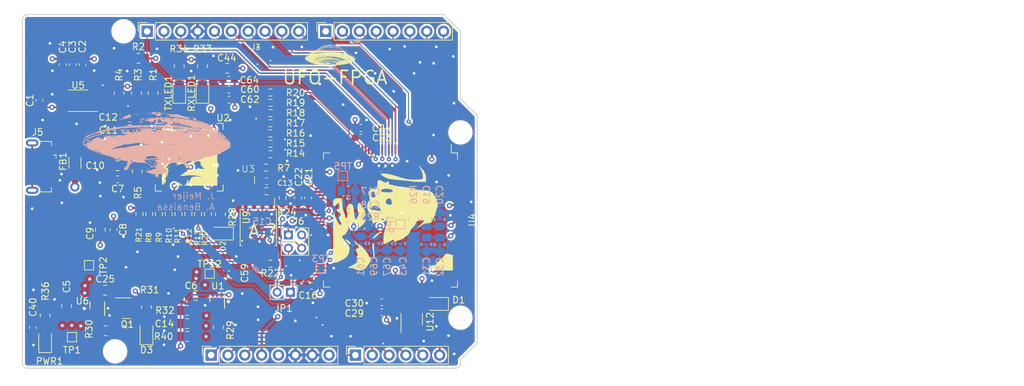
<source format=kicad_pcb>
(kicad_pcb (version 20221018) (generator pcbnew)
  (title_block (title "UFO-FPGA") (date "2023-05-01") (rev "V0.8") (company "Universal Field Objects"))
  (layers (0 "F.Cu" signal) (1 "In1.Cu" signal) (2 "In2.Cu" signal) (31 "B.Cu" signal) (34 "B.Paste" user) (35 "F.Paste" user) (36 "B.SilkS" user "B.Silkscreen") (37 "F.SilkS" user "F.Silkscreen") (38 "B.Mask" user) (39 "F.Mask" user) (44 "Edge.Cuts" user))
  (net 0 "")
  (net 1 "+2V5")
  (net 2 "+3V3")
  (net 3 "Vin")
  (net 4 "+5V")
  (net 5 "GND")
  (net 6 "PIN-22")
  (net 7 "PIN-23")
  (net 8 "PIN-18")
  (net 9 "PIN-19")
  (net 10 "PIN-20")
  (net 11 "PIN-21")
  (net 12 "PIN-1")
  (net 13 "PIN-2")
  (net 14 "PIN-3")
  (net 15 "PIN-4")
  (net 16 "PIN-5")
  (net 17 "PIN-10")
  (net 18 "PIN-11")
  (net 19 "PIN-12")
  (net 20 "PIN-13")
  (net 21 "DCDn")
  (net 22 "DSRn")
  (net 23 "DTRn")
  (net 24 "RS232_Tx_TTL")
  (net 25 "RS232_Rx_TTL")
  (net 26 "PIN-14")
  (net 27 "PIN-15")
  (net 28 "PIN-16")
  (net 29 "PIN-17")
  (net 30 "/POWER/PG1V2")
  (net 31 "CTSn")
  (net 32 "RTSn")
  (net 33 "/POWER/3v3-EN")
  (net 36 "/BANK 4 - SPI Programming/VCCPLL1")
  (net 37 "+1V2")
  (net 41 "/USB Programmer/RTSn-ft")
  (net 42 "/USB Programmer/CTSn-ft")
  (net 43 "/USB Programmer/DTRn-ft")
  (net 44 "ICE_CLK")
  (net 45 "/USB Programmer/DSRn-ft")
  (net 46 "/USB Programmer/DCDn-ft")
  (net 55 "/USB Programmer/ftd-reset")
  (net 61 "/BANK 4 - SPI Programming/VCCPLL0")
  (net 64 "/BANK 4 - SPI Programming/ICE_MOSI")
  (net 65 "/USB Programmer/ftd-ref")
  (net 66 "PIN-25")
  (net 70 "ICE_CDONE")
  (net 71 "/BANK 4 - SPI Programming/ICE_MISO")
  (net 72 "ICE_SS_B")
  (net 73 "/USB Programmer/EE-DO")
  (net 75 "/USB Programmer/rxled-mid")
  (net 76 "/USB Programmer/txled-mid")
  (net 77 "ICE_CREST")
  (net 78 "ICE_SCK")
  (net 79 "/USB Programmer/FTD-OSCI")
  (net 81 "+1V8")
  (net 82 "/USB Programmer/ICE-SCK")
  (net 83 "/USB Programmer/FLASH_MOSI")
  (net 84 "/USB Programmer/FLASH_MISO")
  (net 86 "/USB Programmer/ICE-SS-B")
  (net 88 "/USB Programmer/ICE-CDONE")
  (net 89 "/USB Programmer/ICE-CREST")
  (net 99 "/USB Programmer/RS232-Rx-TTL")
  (net 100 "/USB Programmer/RS232-Tx-TTL")
  (net 109 "/USB Programmer/EE-D")
  (net 110 "/USB Programmer/EE-CLK")
  (net 111 "/USB Programmer/EE-CS")
  (net 112 "/USB Programmer/rxled out")
  (net 113 "/USB Programmer/txled out")
  (net 114 "Net-(U1-EN)")
  (net 115 "/POWER/PG3v3")
  (net 116 "/BANK 4 - SPI Programming/N25-CS")
  (net 117 "Flash-MISO")
  (net 118 "/BANK 4 - SPI Programming/N25-WP")
  (net 119 "Flash-MOSI")
  (net 120 "/BANK 4 - SPI Programming/N25-HOLD")
  (net 121 "unconnected-(J5-Shield-Pad6)")
  (net 152 "PIN-6")
  (net 153 "PIN-7")
  (net 154 "PIN-8")
  (net 155 "PIN-9")
  (net 156 "D+")
  (net 157 "D-")
  (net 158 "PIN-24")
  (net 160 "Net-(PWR1-A)")
  (net 161 "AIN1")
  (net 162 "ADC-CS")
  (net 163 "MISO")
  (net 164 "SCK")
  (net 181 "/POWER/LED-ON")
  (net 182 "/POWER/RIND-ON")
  (footprint "Resistor_SMD:R_0805_2012Metric_Pad1.20x1.40mm_HandSolder" (layer "F.Cu") (at 126.075 60 90)
    (fp_text reference "R4")
    (fp_text value "10K")
  )
  (footprint "Resistor_SMD:R_0805_2012Metric_Pad1.20x1.40mm_HandSolder" (layer "F.Cu") (at 135.15 55.94 90)
    (fp_text reference "R34")
    (fp_text value "220R")
  )
  (footprint "Capacitor_SMD:C_0603_1608Metric_Pad1.08x0.95mm_HandSolder" (layer "F.Cu") (at 119.075 55.7 -90)
    (fp_text reference "C3")
    (fp_text value "200nF")
  )
  (footprint "LED_SMD:LED_0805_2012Metric_Pad1.15x1.40mm_HandSolder" (layer "F.Cu") (at 138.65 59.665 90)
    (fp_text reference "RXLED1")
    (fp_text value "RXLED")
  )
  (footprint "Capacitor_SMD:C_0603_1608Metric_Pad1.08x0.95mm_HandSolder" (layer "F.Cu") (at 125.25 80.586252 -90)
    (fp_text reference "C8")
    (fp_text value "100nF")
  )
  (footprint "Resistor_SMD:R_0603_1608Metric_Pad0.98x0.95mm_HandSolder" (layer "F.Cu") (at 135.05 78.225 90)
    (fp_text reference "R11")
    (fp_text value "0")
  )
  (footprint "LED_SMD:LED_0805_2012Metric_Pad1.15x1.40mm_HandSolder" (layer "F.Cu") (at 135.15 59.665 90)
    (fp_text reference "TXLED1")
    (fp_text value "TXLED")
  )
  (footprint "Capacitor_SMD:C_0603_1608Metric_Pad1.08x0.95mm_HandSolder" (layer "F.Cu") (at 117.575 55.7 -90)
    (fp_text reference "C4")
    (fp_text value "200nF")
  )
  (footprint "Capacitor_SMD:C_0805_2012Metric_Pad1.18x1.45mm_HandSolder" (layer "F.Cu") (at 125.8625 70.95 180)
    (fp_text reference "C10")
    (fp_text value "4u7F")
  )
  (footprint "Capacitor_SMD:C_0603_1608Metric_Pad1.08x0.95mm_HandSolder" (layer "F.Cu") (at 125.8625 73 180)
    (fp_text reference "C7")
    (fp_text value "100nF")
  )
  (footprint "Connector_PinSocket_2.54mm:PinSocket_1x06_P2.54mm_Vertical" (layer "F.Cu") (at 161.71 99.5 90)
    (fp_text reference "J2" hide)
    (fp_text value "Digital")
  )
  (footprint "Capacitor_SMD:C_0805_2012Metric_Pad1.18x1.45mm_HandSolder" (layer "F.Cu") (at 118.16 92.11 90)
    (fp_text reference "C5")
    (fp_text value "1uF")
  )
  (footprint "Graphics:monkey 3" (layer "F.Cu") (at 167.375 78.625)
    (fp_text reference "G***")
    (fp_text value "LOGO" hide)
  )
  (footprint "Arduino_MountingHole:MountingHole_3.2mm" (layer "F.Cu") (at 125.478 98.94)
    (fp_text reference "MH2" hide)
    (fp_text value "MountingHole_3.2mm" hide)
  )
  (footprint "Connector_PinSocket_2.54mm:PinSocket_1x10_P2.54mm_Vertical" (layer "F.Cu") (at 130.304 50.68 90)
    (fp_text reference "J3")
    (fp_text value "Digital/PWM")
  )
  (footprint "UFO-Footpints:ASDDV-12.000MHz-LC-T3" (layer "F.Cu") (at 144.9 78.7375 180)
    (fp_text reference "U3")
    (fp_text value "ASDMB-12MHz")
  )
  (footprint "TestPoint:TestPoint_Pad_1.0x1.0mm" (layer "F.Cu") (at 139.73 87.22)
    (fp_text reference "TP12")
    (fp_text value "TestPoint")
  )
  (footprint "Graphics:UFO-FPGA-LOGO" (layer "F.Cu") (at 157.81 54.89)
    (fp_text reference "G***" hide)
    (fp_text value "LOGO" hide)
  )
  (footprint "Capacitor_SMD:C_0603_1608Metric_Pad1.08x0.95mm_HandSolder" (layer "F.Cu") (at 165.6775 91.536 180)
    (fp_text reference "C30")
    (fp_text value "200nF")
  )
  (footprint "Diode_SMD:D_0805_2012Metric_Pad1.15x1.40mm_HandSolder" (layer "F.Cu") (at 173.8775 91.79 180)
    (fp_text reference "D1")
    (fp_text value "CDSU4148")
  )
  (footprint "Capacitor_SMD:C_0805_2012Metric_Pad1.18x1.45mm_HandSolder" (layer "F.Cu") (at 142.38 56.26 180)
    (fp_text reference "C44")
    (fp_text value "10uF")
  )
  (footprint "Capacitor_SMD:C_0603_1608Metric_Pad1.08x0.95mm_HandSolder" (layer "F.Cu") (at 162.5375 66.725)
    (fp_text reference "C23")
    (fp_text value "200nF")
  )
  (footprint "Capacitor_SMD:C_0603_1608Metric_Pad1.08x0.95mm_HandSolder" (layer "F.Cu") (at 155.0924 89.0524 180)
    (fp_text reference "C16")
    (fp_text value "100nF")
  )
  (footprint "Capacitor_SMD:C_0805_2012Metric_Pad1.18x1.45mm_HandSolder" (layer "F.Cu") (at 123.25 80.586252 90)
    (fp_text reference "C9")
    (fp_text value "4u7F")
  )
  (footprint "Resistor_SMD:R_0805_2012Metric_Pad1.20x1.40mm_HandSolder" (layer "F.Cu") (at 128.7 60 90)
    (fp_text reference "R3")
    (fp_text value "10K")
  )
  (footprint "Connector_USB:USB_Micro-B_GCT_USB3076-30-A" (layer "F.Cu") (at 114.17 71.08 -90)
    (fp_text reference "J5")
    (fp_text value "USB_B_Micro")
  )
  (footprint "Resistor_SMD:R_0805_2012Metric_Pad1.20x1.40mm_HandSolder" (layer "F.Cu") (at 129 54.75)
    (fp_text reference "R2")
    (fp_text value "10K")
  )
  (footprint "Resistor_SMD:R_0603_1608Metric_Pad0.98x0.95mm_HandSolder" (layer "F.Cu") (at 148.9275 61.45)
    (fp_text reference "R19")
    (fp_text value "0")
  )
  (footprint "Resistor_SMD:R_0805_2012Metric_Pad1.20x1.40mm_HandSolder" (layer "F.Cu") (at 114.93 93.51 -90)
    (fp_text reference "R36")
    (fp_text value "1K")
  )
  (footprint "Resistor_SMD:R_0603_1608Metric_Pad0.98x0.95mm_HandSolder" (layer "F.Cu") (at 132.08 78.232 90)
    (fp_text reference "R9")
    (fp_text value "0")
  )
  (footprint "Resistor_SMD:R_0603_1608Metric_Pad0.98x0.95mm_HandSolder" (layer "F.Cu") (at 136.5286 78.225 90)
    (fp_text reference "R12")
    (fp_text value "0")
  )
  (footprint "Package_QFP:LQFP-64_10x10mm_P0.5mm" (layer "F.Cu") (at 136.65 69.665)
    (fp_text reference "U2")
    (fp_text value "FT2232HL")
  )
  (footprint "Package_TO_SOT_SMD:SOT-23-6_Handsoldering" (layer "F.Cu") (at 170.2 94.1 90)
    (fp_text reference "U12")
    (fp_text value "MAX11116AUT+T")
  )
  (footprint "Graphics:monkey 2" (layer "F.Cu") (at 136.71 69.66)
    (fp_text reference "" hide)
    (fp_text value "LOGO" hide)
  )
  (footprint "Package_DFN_QFN:DFN-6-1EP_2x2mm_P0.65mm_EP1x1.6mm" (layer "F.Cu") (at 122.8 92.49 90)
    (fp_text reference "U6")
    (fp_text value "NCP187AMT330TAG (+3V3)")
  )
  (footprint "Resistor_SMD:R_0603_1608Metric_Pad0.98x0.95mm_HandSolder" (layer "F.Cu") (at 148.3 74.8 180)
    (fp_text reference "R23" hide)
    (fp_text value "10K")
  )
  (footprint "Capacitor_SMD:C_0603_1608Metric_Pad1.08x0.95mm_HandSolder" (layer "F.Cu") (at 162.5275 65.256)
    (fp_text reference "C24")
    (fp_text value "200nF")
  )
  (footprint "Connector_PinSocket_2.54mm:PinSocket_1x08_P2.54mm_Vertical" (layer "F.Cu") (at 157.228 50.68 90)
    (fp_text reference "J4" hide)
    (fp_text value "Digital")
  )
  (footprint "Connector_PinHeader_2.00mm:PinHeader_2x02_P2.00mm_Vertical" (layer "F.Cu") (at 151.61 81.38)
    (fp_text reference "J6")
    (fp_text value "Conn_02x02_Counter_Clockwise")
  )
  (footprint "Inductor_SMD:L_1206_3216Metric_Pad1.22x1.90mm_HandSolder" (layer "F.Cu") (at 119.425 70.5125 90)
    (fp_text reference "FB1")
    (fp_text value "600 Ohm, 500mA")
  )
  (footprint "Connector_PinHeader_2.00mm:PinHeader_1x02_P2.00mm_Vertical" (layer "F.Cu") (at 151.91 90.03 -90)
    (fp_text reference "JP1")
    (fp_text value "Jumper_2_Open")
  )
  (footprint "Capacitor_SMD:C_0805_2012Metric_Pad1.18x1.45mm_HandSolder" (layer "F.Cu") (at 127.75 65.55 180)
    (fp_text reference "C11")
    (fp_text value "10uF")
  )
  (footprint "Capacitor_SMD:C_0603_1608Metric_Pad1.08x0.95mm_HandSolder" (layer "F.Cu") (at 148.3075 73.29)
    (fp_text reference "C13")
    (fp_text value "100nF")
  )
  (footprint "LED_SMD:LED_0805_2012Metric_Pad1.15x1.40mm_HandSolder" (layer "F.Cu") (at 114.93 97.2675 90)
    (fp_text reference "PWR1")
    (fp_text value "POWER")
  )
  (footprint "Resistor_SMD:R_0603_1608Metric_Pad0.98x0.95mm_HandSolder" (layer "F.Cu") (at 138.0018 78.225 90)
    (fp_text reference "R13")
    (fp_text value "0")
  )
  (footprint "Package_SO:SSOP-8_5.25x5.24mm_P1.27mm" (layer "F.Cu") (at 147.066 80.264 -90)
    (fp_text reference "U9")
    (fp_text value "N25Q032A13ESC40F")
  )
  (footprint "Capacitor_SMD:C_0805_2012Metric_Pad1.18x1.45mm_HandSolder" (layer "F.Cu") (at 123.98 89.72)
    (fp_text reference "C25")
    (fp_text value "10uF")
  )
  (footprint "Resistor_SMD:R_0805_2012Metric_Pad1.20x1.40mm_HandSolder" (layer "F.Cu") (at 124.05 95.82)
    (fp_text reference "R30")
    (fp_text value "0")
  )
  (footprint "Resistor_SMD:R_0805_2012Metric_Pad1.20x1.40mm_HandSolder" (layer "F.Cu") (at 141.36 78.27 -90)
    (fp_text reference "R28")
    (fp_text value "690R")
  )
  (footprint "Capacitor_SMD:C_0603_1608Metric_Pad1.08x0.95mm_HandSolder" (layer "F.Cu") (at 142.65 60.99 180)
    (fp_text reference "C62")
    (fp_text value "100nF")
  )
  (footprint "Resistor_SMD:R_0603_1608Metric_Pad0.98x0.95mm_HandSolder" (layer "F.Cu") (at 148.9275 67.64 180)
    (fp_text reference "R15")
    (fp_text value "0")
  )
  (footprint "Connector_PinSocket_2.54mm:PinSocket_1x08_P2.54mm_Vertical" (layer "F.Cu") (at 139.96 99.5 90)
    (fp_text reference "J1" hide)
    (fp_text value "Power")
  )
  (footprint "Package_QFP:TQFP-144_20x20mm_P0.5mm" (layer "F.Cu") (at 167 79.141 -90)
    (fp_text reference "U4")
    (fp_text value "ICE40HX4K-TQ144")
  )
  (footprint "Capacitor_SMD:C_0603_1608Metric_Pad1.08x0.95mm_HandSolder" (layer "F.Cu") (at 120.55 55.7 -90)
    (fp_text reference "C2")
    (fp_text value "200nF")
  )
  (footprint "Resistor_SMD:R_0805_2012Metric_Pad1.20x1.40mm_HandSolder" (layer "F.Cu") (at 128.825 71.8 90)
    (fp_text reference "R5")
    (fp_text value "2K2")
  )
  (footprint "Resistor_SMD:R_0603_1608Metric_Pad0.98x0.95mm_HandSolder" (layer "F.Cu") (at 148.25 71.24)
    (fp_text reference "R7")
    (fp_text value "0")
  )
  (footprint "Resistor_SMD:R_0805_2012Metric_Pad1.20x1.40mm_HandSolder" (layer "F.Cu") (at 136.33 92.77)
    (fp_text reference "R32")
    (fp_text value "10k")
  )
  (footprint "Resistor_SMD:R_0603_1608Metric_Pad0.98x0.95mm_HandSolder" (layer "F.Cu") (at 148.9075 59.92)
    (fp_text reference "R20")
    (fp_text value "0")
  )
  (footprint "Resistor_SMD:R_0603_1608Metric_Pad0.98x0.95mm_HandSolder" (layer "F.Cu") (at 148.9175 63.01 180)
    (fp_text reference "R18")
    (fp_text value "0")
  )
  (footprint "Capacitor_SMD:C_0603_1608Metric_Pad1.08x0.95mm_HandSolder" (layer "F.Cu") (at 114.075 61.1125 90)
    (fp_text reference "C1")
    (fp_text value "100nF")
  )
  (footprint "Capacitor_SMD:C_0603_1608Metric_Pad1.08x0.95mm_HandSolder" (layer "F.Cu") (at 165.6775 93.06 180)
    (fp_text reference "C29")
    (fp_text value "200nF")
  )
  (footprint "Capacitor_SMD:C_0603_1608Metric_Pad1.08x0.95mm_HandSolder" (layer "F.Cu") (at 142.61 57.97 180)
    (fp_text reference "C64")
    (fp_text value "10nF")
  )
  (footprint "Resistor_SMD:R_0805_2012Metric_Pad1.20x1.40mm_HandSolder" (layer "F.Cu") (at 130.21 92.28 -90)
    (fp_text reference "R31")
    (fp_text value "330R")
  )
  (footprint "Capacitor_SMD:C_0603_1608Metric_Pad1.08x0.95mm_HandSolder" (layer "F.Cu") (at 153.0604 75.7936 -90)
    (fp_text reference "C22")
    (fp_text value "200nF")
  )
  (footprint "Resistor_SMD:R_0805_2012Metric_Pad1.20x1.40mm_HandSolder" (layer "F.Cu") (at 141.06 95.3 -90)
    (fp_text reference "R29")
    (fp_text value "0R")
  )
  (footprint "Resistor_SMD:R_0603_1608Metric_Pad0.98x0.95mm_HandSolder" (layer "F.Cu") (at 139.475 78.225 -90)
    (fp_text reference "R27")
    (fp_text value "10K")
  )
  (footprint "Resistor_SMD:R_0603_1608Metric_Pad0.98x0.95mm_HandSolder" (layer "F.Cu") (at 148.9175 64.54)
    (fp_text reference "R17")
    (fp_text value "0")
  )
  (footprint "LED_SMD:LED_0805_2012Metric_Pad1.15x1.40mm_HandSolder" (layer "F.Cu") (at 141.45 81.19 180)
    (fp_text reference "D2")
    (fp_text value "GREEN")
  )
  (footprint "Arduino_MountingHole:MountingHole_3.2mm" (layer "F.Cu") (at 126.748 50.68)
    (fp_text reference "MH1" hide)
    (fp_text value "MountingHole_3.2mm" hide)
  )
  (footprint "LED_SMD:LED_0805_2012Metric_Pad1.15x1.40mm_HandSolder" (layer "F.Cu") (at 130.21 96.07 90)
    (fp_text reference "D3")
    (fp_text value "POWER")
  )
  (footprint "Resistor_SMD:R_0603_1608Metric_Pad0.98x0.95mm_HandSolder" (layer "F.Cu") (at 129.1458 78.232 -90)
    (fp_text reference "R21")
    (fp_text value "10K")
  )
  (footprint "Arduino_MountingHole:MountingHole_3.2mm" (layer "F.Cu") (at 177.548 65.92)
    (fp_text reference "MH3" hide)
    (fp_text value "MountingHole_3.2mm" hide)
  )
  (footprint "Resistor_SMD:R_0603_1608Metric_Pad0.98x0.95mm_HandSolder" (layer "F.Cu") (at 148.9275 69.2 180)
    (fp_text reference "R14")
    (fp_text value "0")
  )
  (footprint "Capacitor_SMD:C_0603_1608Metric_Pad1.08x0.95mm_HandSolder" (layer "F.Cu") (at 142.65 59.47 180)
    (fp_text reference "C60")
    (fp_text value "1uF")
  )
  (footprint "Resistor_SMD:R_0603_1608Metric_Pad0.98x0.95mm_HandSolder" (layer "F.Cu") (at 133.5654 78.232 90)
    (fp_text reference "R10")
    (fp_text value "0")
  )
  (footprint "Resistor_SMD:R_0805_2012Metric_Pad1.20x1.40mm_HandSolder" (layer "F.Cu") (at 138.65 55.94 90)
    (fp_text reference "R33")
    (fp_text value "220R")
  )
  (footprint "TestPoint:TestPoint_Pad_1.0x1.0mm" (layer "F.Cu") (at 121.55 85.95 -90)
    (fp_text reference "TP2")
    (fp_text value "TestPoint")
  )
  (footprint "Resistor_SMD:R_0603_1608Metric_Pad0.98x0.95mm_HandSolder" (layer "F.Cu") (at 148.9075 66.08)
    (fp_text reference "R16")
    (fp_text value "0")
  )
  (footprint "Resistor_SMD:R_0603_1608Metric_Pad0.98x0.95mm_HandSolder" (layer "F.Cu") (at 130.619 78.232 90)
    (fp_text reference "R8")
    (fp_text value "0")
  )
  (footprint "Resistor_SMD:R_0805_2012Metric_Pad1.20x1.40mm_HandSolder" (layer "F.Cu") (at 136.35 96.7)
    (fp_text reference "R40")
    (fp_text value "10k")
  )
  (footprint "Capacitor_SMD:C_0805_2012Metric_Pad1.18x1.45mm_HandSolder" (layer "F.Cu") (at 136.35 94.75 180)
    (fp_text reference "C14")
    (fp_text value "1uF")
  )
  (footprint "TestPoint:TestPoint_Pad_1.0x1.0mm" (layer "F.Cu") (at 118.97 96.79 180)
    (fp_text reference "TP1")
    (fp_text value "TestPoint")
  )
  (footprint "Capacitor_SMD:C_0603_1608Metric_Pad1.08x0.95mm_HandSolder" (layer "F.Cu") (at 113.09 95.36 -90)
    (fp_text reference "C40")
    (fp_text value "100nF")
  )
  (footprint "Package_TO_SOT_SMD:SOT-23" (layer "F.Cu") (at 127.19 92.43)
    (fp_text reference "Q1")
    (fp_text value "2N7002")
  )
  (footprint "Capacitor_SMD:C_0805_2012Metric_Pad1.18x1.45mm_HandSolder" (layer "F.Cu") (at 137.65 90.52 180)
    (fp_text reference "C6")
    (fp_text value "10uF")
  )
  (footprint "Arduino_MountingHole:MountingHole_3.2mm" (layer "F.Cu") (at 177.548 93.86)
    (fp_text reference "MH4" hide)
    (fp_text value "MountingHole_3.2mm" hide)
  )
  (footprint "Package_DFN_QFN:DFN-6-1EP_2x2mm_P0.65mm_EP1x1.6mm" (layer "F.Cu") (at 140.87 91.45 90)
    (fp_text reference "U1")
    (fp_text value "NCP187AMT120TAG (+1V2)")
  )
  (footprint "Resistor_SMD:R_0603_1608Metric_Pad0.98x0.95mm_HandSolder" (layer "F.Cu") (at 150.7236 75.7917 -90)
    (fp_text reference "R24")
    (fp_text value "10K")
  )
  (footprint "Capacitor_SMD:C_0603_1608Metric_Pad1.08x0.95mm_HandSolder" (layer "F.Cu") (at 154.5844 75.7936 -90)
    (fp_text reference "C21")
    (fp_text value "200nF")
  )
  (footprint "Capacitor_SMD:C_0603_1608Metric_Pad1.08x0.95mm_HandSolder" (layer "F.Cu") (at 127.6775 63.82 180)
    (fp_text reference "C12")
    (fp_text value "100nF")
  )
  (footprint "Package_SO:MSOP-8_3x3mm_P0.65mm" (layer "F.Cu") (at 119.9 61.15 180)
    (fp_text reference "U5")
    (fp_text value "93LC56CT-I/MS")
  )
  (footprint "Resistor_SMD:R_0805_2012Metric_Pad1.20x1.40mm_HandSolder" (layer "F.Cu") (at 131.225 59.975 -90)
    (fp_text reference "R1")
    (fp_text value "2K2")
  )
  (footprint "Resistor_SMD:R_0603_1608Metric_Pad0.98x0.95mm_HandSolder" (layer "F.Cu") (at 148.875 85.725 180)
    (fp_text reference "R22")
    (fp_text value "10K")
  )
  (footprint "Resistor_SMD:R_0805_2012Metric_Pad1.20x1.40mm_HandSolder" (layer "F.Cu") (at 126.8 67.65 180)
    (fp_text reference "R6")
    (fp_text value "12K")
  )
  (footprint "Capacitor_SMD:C_0603_1608Metric_Pad1.08x0.95mm_HandSolder" (layer "F.Cu") (at 142.66 87.32)
    (fp_text reference "C59")
    (fp_text value "1uF")
  )
  (footprint "Capacitor_SMD:C_0805_2012Metric_Pad1.18x1.45mm_HandSolder" (layer "B.Cu") (at 172.42 82.81 -90)
    (fp_text reference "C31")
    (fp_text value "200nF")
  )
  (footprint "Capacitor_SMD:C_0805_2012Metric_Pad1.18x1.45mm_HandSolder" (layer "B.Cu") (at 160.6427 74.7558)
    (fp_text reference "C17")
    (fp_text value "100nF")
  )
  (footprint "Resistor_SMD:R_0805_2012Metric_Pad1.20x1.40mm_HandSolder" (layer "B.Cu") (at 170.46 79.04 -90)
    (fp_text reference "R26")
    (fp_text value "100")
  )
  (footprint "Capacitor_SMD:C_0805_2012Metric_Pad1.18x1.45mm_HandSolder" (layer "B.Cu") (at 174.4 79.05 90)
    (fp_text reference "C20")
    (fp_text value "100nF")
  )
  (footprint "Capacitor_SMD:C_0805_2012Metric_Pad1.18x1.45mm_HandSolder" (layer "B.Cu") (at 147.625 81.05 180)
    (fp_text reference "C15")
    (fp_text value "100nF")
  )
  (footprint "Capacitor_SMD:C_0805_2012Metric_Pad1.18x1.45mm_HandSolder" (layer "B.Cu") (at 164.51 82.66 -90)
    (fp_text reference "C69")
    (fp_text value "10nF")
  )
  (footprint "Capacitor_SMD:C_0805_2012Metric_Pad1.18x1.45mm_HandSolder" (layer "B.Cu") (at 166.49 82.65 -90)
    (fp_text reference "C67")
    (fp_text value "200nF")
  )
  (footprint "Capacitor_SMD:C_0805_2012Metric_Pad1.18x1.45mm_HandSolder" (layer "B.Cu") (at 168.4781 82.6772 -90)
    (fp_text reference "C43")
    (fp_text value "10uF")
  )
  (footprint "TestPoint:TestPoint_Pad_1.0x1.0mm" (layer "B.Cu") (at 168.47 79.76 -90)
    (fp_text reference "TP6")
    (fp_text value "TestPoint")
  )
  (footprint "Resistor_SMD:R_0805_2012Metric_Pad1.20x1.40mm_HandSolder" (layer "B.Cu") (at 160.63 78.67)
    (fp_text reference "R25")
    (fp_text value "100")
  )
  (footprint "Capacitor_SMD:C_0805_2012Metric_Pad1.18x1.45mm_HandSolder" (layer "B.Cu") (at 160.6515 76.7396)
    (fp_text reference "C18")
    (fp_text value "10uF")
  )
  (footprint "Capacitor_SMD:C_0805_2012Metric_Pad1.18x1.45mm_HandSolder" (layer "B.Cu") (at 162.52 82.65 -90)
    (fp_text reference "C61")
    (fp_text value "200nF")
  )
  (footprint "Capacitor_SMD:C_0805_2012Metric_Pad1.18x1.45mm_HandSolder" (layer "B.Cu") (at 174.42 82.85 -90)
    (fp_text reference "C32")
    (fp_text value "200nF")
  )
  (footprint "Capacitor_SMD:C_0805_2012Metric_Pad1.18x1.45mm_HandSolder" (layer "B.Cu") (at 172.43 79.04 90)
    (fp_text reference "C19")
    (fp_text value "10uF")
  )
  (footprint "Graphics:UFO-LOGO" (layer "B.Cu") (at 132.075 68.85 180)
    (fp_text reference "G***" hide)
    (fp_text value "LOGO" hide)
  )
  (footprint "TestPoint:TestPoint_Pad_1.0x1.0mm" (layer "B.Cu") (at 156.5 86.44 180)
    (fp_text reference "TP3")
    (fp_text value "TestPoint")
  )
  (footprint "TestPoint:TestPoint_Pad_1.0x1.0mm" (layer "B.Cu") (at 159.83 72.48 180)
    (fp_text reference "TP5")
    (fp_text value "TestPoint")
  )
  (gr_line (start 176.786 101.48) (end 112.27 101.48) (stroke (width 0.15)) (layer "Edge.Cuts"))
  (gr_line (start 177.548 60.84) (end 180.088 63.38) (stroke (width 0.15)) (layer "Edge.Cuts"))
  (gr_line (start 180.088 97.67) (end 177.548 100.21) (stroke (width 0.15)) (layer "Edge.Cuts"))
  (gr_line (start 175.008 48.14) (end 177.548 50.68) (stroke (width 0.15)) (layer "Edge.Cuts"))
  (gr_line (start 180.088 63.38) (end 180.088 97.67) (stroke (width 0.15)) (layer "Edge.Cuts"))
  (gr_line (start 111.5 67.02) (end 111.508 48.902) (stroke (width 0.15)) (layer "Edge.Cuts"))
  (gr_line (start 177.548 100.21) (end 177.548 100.718) (stroke (width 0.15)) (layer "Edge.Cuts"))
  (gr_arc (start 111.508 48.902) (mid 111.731185 48.363185) (end 112.27 48.14) (stroke (width 0.15)) (layer "Edge.Cuts"))
  (gr_line (start 177.548 50.68) (end 177.548 60.84) (stroke (width 0.15)) (layer "Edge.Cuts"))
  (gr_arc (start 112.27 101.48) (mid 111.731185 101.256815) (end 111.508 100.718) (stroke (width 0.15)) (layer "Edge.Cuts"))
  (gr_line (start 111.508 100.718) (end 111.5 67.02) (stroke (width 0.15)) (layer "Edge.Cuts"))
  (gr_line (start 112.27 48.14) (end 175.008 48.14) (stroke (width 0.15)) (layer "Edge.Cuts"))
  (gr_arc (start 177.548 100.718) (mid 177.324815 101.256815) (end 176.786 101.48) (stroke (width 0.15)) (layer "Edge.Cuts"))
  (gr_text "A.?" (at 145.4 81.98) (layer "F.SilkS") (effects (font (size 2 2) (thickness 0.25)) (justify left bottom)))
  (segment (start 174.675 92) (end 175.75 90.925) (width 0.3) (layer "F.Cu") (net 1))
  (segment (start 175.75 90.925) (end 175.75 89.8035) (width 0.3) (layer "F.Cu") (net 1))
  (segment (start 153.53 79.26) (end 152.2 79.26) (width 0.3) (layer "F.Cu") (net 2))
  (segment (start 147.3675 72.94) (end 147.3675 72.955) (width 0.3) (layer "F.Cu") (net 2))
  (segment (start 145.85 74.4) (end 145.85 72.85) (width 0.3) (layer "F.Cu") (net 2))
  (segment (start 149.7875 84.0875) (end 149.5765 83.8765) (width 0.15) (layer "F.Cu") (net 2))
  (segment (start 177.6625 80.891) (end 176.729 80.891) (width 0.3) (layer "F.Cu") (net 2))
  (segment (start 143.4175 56.26) (end 144.74 56.26) (width 0.3) (layer "F.Cu") (net 2))
  (segment (start 134.4 75.34) (end 134.4 73.975) (width 0.25) (layer "F.Cu") (net 2))
  (segment (start 143.5125 60.99) (end 143.5125 56.355) (width 0.3) (layer "F.Cu") (net 2))
  (segment (start 130 54.75) (end 131.6 54.75) (width 0.25) (layer "F.Cu") (net 2))
  (segment (start 128.675 70.55) (end 128.825 70.4) (width 0.25) (layer "F.Cu") (net 2))
  (segment (start 136.96 54.95) (end 136.97 54.94) (width 0.3) (layer "F.Cu") (net 2))
  (segment (start 130.975 69.915) (end 129.31 69.915) (width 0.2) (layer "F.Cu") (net 2))
  (segment (start 151.9208 74.8792) (end 156.3257 74.8792) (width 0.3) (layer "F.Cu") (net 2))
  (segment (start 127.375 59) (end 127.35 58.975) (width 0.2) (layer "F.Cu") (net 2))
  (segment (start 166.37 93.0656) (end 166.25 92.9456) (width 0.3) (layer "F.Cu") (net 2))
  (segment (start 129.31 69.915) (end 128.825 70.4) (width 0.2) (layer "F.Cu") (net 2))
  (segment (start 117.7875 60.825) (end 118.7 60.825) (width 0.2) (layer "F.Cu") (net 2))
  (segment (start 133.59 69.915) (end 133.6 69.925) (width 0.2) (layer "F.Cu") (net 2))
  (segment (start 156.3375 80.391) (end 154.661 80.391) (width 0.3) (layer "F.Cu") (net 2))
  (segment (start 128.7 59) (end 127.375 59) (width 0.2) (layer "F.Cu") (net 2))
  (segment (start 130.21 91.28) (end 129.955 91.28) (width 0.3) (layer "F.Cu") (net 2))
  (segment (start 139.9 63.99) (end 139.9 62.35) (width 0.2) (layer "F.Cu") (net 2))
  (segment (start 166.25 92.9456) (end 166.25 89.8035) (width 0.3) (layer "F.Cu") (net 2))
  (segment (start 130.975 67.415) (end 132.555 67.415) (width 0.25) (layer "F.Cu") (net 2))
  (segment (start 125.25 79.723752) (end 125.25 78.55) (width 0.3) (layer "F.Cu") (net 2))
  (segment (start 161.25 67.15) (end 161.25 68.4785) (width 0.3) (layer "F.Cu") (net 2))
  (segment (start 149.2125 74.8) (end 150.6444 74.8) (width 0.3) (layer "F.Cu") (net 2))
  (segment (start 156.3375 87.891) (end 156.3375 90.1959) (width 0.3) (layer "F.Cu") (net 2))
  (segment (start 139.9 75.34) (end 139.9 74.25) (width 0.25) (layer "F.Cu") (net 2))
  (segment (start 117.7875 62.125) (end 118.725 62.125) (width 0.2) (layer "F.Cu") (net 2))
  (segment (start 116.025 54.825) (end 122.3 54.825) (width 0.3) (layer "F.Cu") (net 2))
  (segment (start 169.01 95.77) (end 167.97 95.77) (width 0.3) (layer "F.Cu") (net 2))
  (segment (start 126.075 59) (end 127.325 59) (width 0.2) (layer "F.Cu") (net 2))
  (segment (start 148.971 82.321) (end 148.8 82.15) (width 0.15) (layer "F.Cu") (net 2))
  (segment (start 161.665 63.985) (end 161.67 63.98) (width 0.3) (layer "F.Cu") (net 2))
  (segment (start 114.075 62.15) (end 115.95 62.15) (width 0.2) (layer "F.Cu") (net 2))
  (segment (start 147.2775 72.85) (end 147.3675 72.94) (width 0.3) (layer "F.Cu") (net 2))
  (segment (start 143.5125 60.99) (end 143.5125 62.1225) (width 0.3) (layer "F.Cu") (net 2))
  (segment (start 148.971 83.8765) (end 149.5765 83.8765) (width 0.15) (layer "F.Cu") (net 2))
  (segment (start 119.05 61.175) (end 118.7 60.825) (width 0.2) (layer "F.Cu") (net 2))
  (segment (start 142.325 68.915) (end 139.315 68.915) (width 0.25) (layer "F.Cu") (net 2))
  (segment (start 130.975 69.915) (end 133.59 69.915) (width 0.2) (layer "F.Cu") (net 2))
  (segment (start 151.9 74.9) (end 151.9208 74.8792) (width 0.3) (layer "F.Cu") (net 2))
  (segment (start 161.675 66.725) (end 161.25 67.15) (width 0.3) (layer "F.Cu") (net 2))
  (segment (start 147.3675 72.955) (end 149.2125 74.8) (width 0.3) (layer "F.Cu") (net 2))
  (segment (start 119.05 61.8) (end 119.05 61.175) (width 0.2) (layer "F.Cu") (net 2))
  (segment (start 149.7875 85.8) (end 149.7875 84.0875) (width 0.15) (layer "F.Cu") (net 2))
  (segment (start 123.25 81.623752) (end 123.25 81.548752) (width 0.2) (layer "F.Cu") (net 2))
  (segment (start 150.7236 74.8792) (end 151.8792 74.8792) (width 0.3) (layer "F.Cu") (net 2))
  (segment (start 136.95 54.94) (end 136.96 54.95) (width 0.3) (layer "F.Cu") (net 2))
  (segment (start 171.75 91.125) (end 172.625 92) (width 0.3) (layer "F.Cu") (net 2))
  (segment (start 127.325 59) (end 127.35 58.975) (width 0.2) (layer "F.Cu") (net 2))
  (segment (start 122.3 54.825) (end 122.325 54.85) (width 0.3) (layer "F.Cu") (net 2))
  (segment (start 154.661 80.391) (end 153.53 79.26) (width 0.3) (layer "F.Cu") (net 2))
  (segment (start 156.3375 90.1959) (end 156.3624 90.2208) (width 0.3) (layer "F.Cu") (net 2))
  (segment (start 156.3257 74.8792) (end 156.3375 74.891) (width 0.3) (layer "F.Cu") (net 2))
  (segment (start 175.966 76.891) (end 175.895 76.962) (width 0.3) (layer "F.Cu") (net 2))
  (segment (start 139.9 74.25) (end 139.5 73.85) (width 0.25) (layer "F.Cu") (net 2))
  (segment (start 129.1458 77.3195) (end 127.8305 77.3195) (width 0.3) (layer "F.Cu") (net 2))
  (segment (start 135.15 54.94) (end 136.95 54.94) (width 0.3) (layer "F.Cu") (net 2))
  (segment (start 145.85 72.85) (end 147.2775 72.85) (width 0.3) (layer "F.Cu") (net 2))
  (segment (start 171.75 89.8035) (end 171.75 87.975) (width 0.3) (layer "F.Cu") (net 2))
  (segment (start 136.9 63.99) (end 136.9 66.5) (width 0.2) (layer "F.Cu") (net 2))
  (segment (start 139.9 76.625) (end 139.9 76.8875) (width 0.25) (layer "F.Cu") (net 2))
  (segment (start 177.6625 76.891) (end 175.966 76.891) (width 0.3) (layer "F.Cu") (net 2))
  (segment (start 173.25 68.4785) (end 173.25 69.955) (width 0.3) (layer "F.Cu") (net 2))
  (segment (start 173.25 69.955) (end 173.228 69.977) (width 0.3) (layer "F.Cu") (net 2))
  (segment (start 176.729 80.891) (end 176.09 81.53) (width 0.3) (layer "F.Cu") (net 2))
  (segment (start 123.25 81.623752) (end 123.25 82.95) (width 0.3) (layer "F.Cu") (net 2))
  (segment (start 161.675 65.266) (end 161.665 65.256) (width 0.3) (layer "F.Cu") (net 2))
  (segment (start 126.9 70.95) (end 128.675 70.95) (width 0.25) (layer "F.Cu") (net 2))
  (segment (start 166.37 94.17) (end 166.41 94.21) (width 0.3) (layer "F.Cu") (net 2))
  (segment (start 122.8 91.44) (end 122.8 89.8625) (width 0.25) (layer "F.Cu") (net 2))
  (segment (start 148.971 83.8765) (end 148.971 82.321) (width 0.15) (layer "F.Cu") (net 2))
  (segment (start 171.75 89.8035) (end 171.75 91.125) (width 0.3) (layer "F.Cu") (net 2))
  (segment (start 122.8 89.8625) (end 122.9425 89.72) (width 0.25) (layer "F.Cu") (net 2))
  (segment (start 123.25 81.548752) (end 125.25 79.548752) (width 0.3) (layer "F.Cu") (net 2))
  (segment (start 150.6444 74.8) (end 150.7236 74.8792) (width 0.3) (layer "F.Cu") (net 2))
  (segment (start 122.15 91.44) (end 122.15 91.4) (width 0.25) (layer "F.Cu") (net 2))
  (segment (start 140.93067 77.176) (end 141.3675 77.176) (width 0.25) (layer "F.Cu") (net 2))
  (segment (start 117.7875 62.125) (end 115.975 62.125) (width 0.25) (layer "F.Cu") (net 2))
  (segment (start 151.8792 74.8792) (end 151.9 74.9) (width 0.3) (layer "F.Cu") (net 2))
  (segment (start 139.315 68.915) (end 136.9 66.5) (width 0.25) (layer "F.Cu") (net 2))
  (segment (start 139.9 76.625) (end 139.9 76.14533) (width 0.25) (layer "F.Cu") (net 2))
  (segment (start 129.955 91.28) (end 128.525 89.85) (width 0.3) (layer "F.Cu") (net 2))
  (segment (start 132.555 67.415) (end 132.56 67.41) (width 0.25) (layer "F.Cu") (net 2))
  (segment (start 161.665 65.256) (end 161.665 63.985) (width 0.3) (layer "F.Cu") (net 2))
  (segment (start 139.9 75.34) (end 139.9 76.14533) (width 0.25) (layer "F.Cu") (net 2))
  (segment (start 118.725 62.125) (end 119.05 61.8) (width 0.2) (layer "F.Cu") (net 2))
  (segment (start 139.9 75.34) (end 139.9 76.625) (width 0.25) (layer "F.Cu") (net 2))
  (segment (start 167.97 95.77) (end 166.41 94.21) (width 0.3) (layer "F.Cu") (net 2))
  (segment (start 136.97 54.94) (end 138.65 54.94) (width 0.3) (layer "F.Cu") (net 2))
  (segment (start 166.37 93.0656) (end 166.37 94.17) (width 0.3) (layer "F.Cu") (net 2))
  (segment (start 161.675 66.725) (end 161.675 65.266) (width 0.3) (layer "F.Cu") (net 2))
  (segment (start 127.8305 77.3195) (end 127.825 77.325) (width 0.3) (layer "F.Cu") (net 2))
  (segment (start 139.9 76.14533) (end 140.93067 77.176) (width 0.25) (layer "F.Cu") (net 2))
  (segment (start 143.5125 56.355) (end 143.4175 56.26) (width 0.3) (layer "F.Cu") (net 2))
  (segment (start 143.5125 62.1225) (end 143.53 62.14) (width 0.3) (layer "F.Cu") (net 2))
  (segment (start 122.15 91.44) (end 122.8 91.44) (width 0.25) (layer "F.Cu") (net 2))
  (segment (start 126.725 73) (end 126.725 71.125) (width 0.25) (layer "F.Cu") (net 2))
  (via (at 127.825 77.325) (size 0.8) (drill 0.4) (layers "F.Cu" "B.Cu") (net 2))
  (via (at 173.228 69.977) (size 0.8) (drill 0.4) (layers "F.Cu" "B.Cu") (net 2))
  (via (at 143.53 62.14) (size 0.8) (drill 0.4) (layers "F.Cu" "B.Cu") (net 2))
  (via (at 150 93.7) (size 0.8) (drill 0.4) (layers "F.Cu" "B.Cu") (net 2))
  (via (at 120.89 90.14) (size 0.8) (drill 0.4) (layers "F.Cu" "B.Cu") (net 2))
  (via (at 121.65 88.05) (size 0.8) (drill 0.4) (layers "F.Cu" "B.Cu") (net 2))
  (via (at 132.56 67.41) (size 0.8) (drill 0.4) (layers "F.Cu" "B.Cu") (net 2))
  (via (at 176.09 81.53) (size 0.8) (drill 0.4) (layers "F.Cu" "B.Cu") (net 2))
  (via (at 139.9 62.35) (size 0.8) (drill 0.4) (layers "F.Cu" "B.Cu") (net 2))
  (via (at 133.6 69.925) (size 0.8) (drill 0.4) (layers "F.Cu" "B.Cu") (net 2))
  (via (at 151.9 74.9) (size 0.8) (drill 0.4) (layers "F.Cu" "B.Cu") (net 2))
  (via (at 131.6 54.75) (size 0.8) (drill 0.4) (layers "F.Cu" "B.Cu") (net 2))
  (via (at 175.895 76.962) (size 0.8) (drill 0.4) (layers "F.Cu" "B.Cu") (net 2))
  (via (at 148.8 82.15) (size 0.65) (drill 0.25) (layers "F.Cu" "B.Cu") (net 2))
  (via (at 116.025 54.825) (size 0.8) (drill 0.4) (layers "F.Cu" "B.Cu") (net 2))
  (via (at 156.3624 90.2208) (size 0.8) (drill 0.4) (layers "F.Cu" "B.Cu") (net 2))
  (via (at 161.67 63.98) (size 0.8) (drill 0.4) (layers "F.Cu" "B.Cu") (net 2))
  (via (at 166.41 94.21) (size 0.8) (drill 0.4) (layers "F.Cu" "B.Cu") (net 2))
  (via (at 128.525 89.85) (size 0.8) (drill 0.4) (layers "F.Cu" "B.Cu") (net 2))
  (via (at 115.95 62.15) (size 0.8) (drill 0.4) (layers "F.Cu" "B.Cu") (net 2))
  (via (at 136.9 66.5) (size 0.8) (drill 0.4) (layers "F.Cu" "B.Cu") (net 2))
  (via (at 171.75 87.975) (size 0.8) (drill 0.4) (layers "F.Cu" "B.Cu") (net 2))
  (via (at 125.25 78.55) (size 0.8) (drill 0.4) (layers "F.Cu" "B.Cu") (net 2))
  (via (at 139.5 73.85) (size 0.8) (drill 0.4) (layers "F.Cu" "B.Cu") (net 2))
  (via (at 123.25 82.95) (size 0.8) (drill 0.4) (layers "F.Cu" "B.Cu") (net 2))
  (via (at 152.2 79.26) (size 0.8) (drill 0.4) (layers "F.Cu" "B.Cu") (net 2))
  (via (at 144.74 56.26) (size 0.8) (drill 0.4) (layers "F.Cu" "B.Cu") (net 2))
  (via (at 127.35 58.975) (size 0.8) (drill 0.4) (layers "F.Cu" "B.Cu") (net 2))
  (via (at 122.325 54.85) (size 0.8) (drill 0.4) (layers "F.Cu" "B.Cu") (net 2))
  (via (at 120.94 89.03) (size 0.8) (drill 0.4) (layers "F.Cu" "B.Cu") (net 2))
  (via (at 136.96 54.95) (size 0.8) (drill 0.4) (layers "F.Cu" "B.Cu") (net 2))
  (via (at 134.4 73.975) (size 0.8) (drill 0.4) (layers "F.Cu" "B.Cu") (net 2))
  (segment (start 175.8525 81.7675) (end 176.09 81.53) (width 0.3) (layer "B.Cu") (net 2))
  (segment (start 147.58 99.5) (end 147.58 96.12) (width 0.4) (layer "B.Cu") (net 2))
  (segment (start 147.58 96.12) (end 150 93.7) (width 0.4) (layer "B.Cu") (net 2))
  (segment (start 173.1868 81.7675) (end 175.8525 81.7675) (width 0.3) (layer "B.Cu") (net 2))
  (segment (start 148.7921 81.026) (end 148.7921 82.1421) (width 0.3) (layer "B.Cu") (net 2))
  (segment (start 116.495 69.78) (end 115.62 69.78) (width 0.4) (layer "F.Cu") (net 3))
  (segment (start 117.425 68.85) (end 116.495 69.78) (width 0.4) (layer "F.Cu") (net 3))
  (segment (start 117.425 68.85) (end 119.425 68.85) (width 0.4) (layer "F.Cu") (net 3))
  (segment (start 140.22 92.5) (end 139.84 92.88) (width 0.25) (layer "F.Cu") (net 4))
  (segment (start 113.04 94.48875) (end 113.04 92.97125) (width 0.3) (layer "F.Cu") (net 4))
  (segment (start 119.425 74.135) (end 119.41 74.15) (width 0.9) (layer "F.Cu") (net 4))
  (segment (start 113.04 92.97125) (end 113.51 92.50125) (width 0.3) (layer "F.Cu") (net 4))
  (segment (start 140.22 92.5) (end 140.22 92.93) (width 0.25) (layer "F.Cu") (net 4))
  (segment (start 119.425 72.175) (end 119.425 74.135) (width 0.9) (layer "F.Cu") (net 4))
  (segment (start 117.5225 92.51) (end 118.16 93.1475) (width 0.3) (layer "F.Cu") (net 4))
  (segment (start 114.93 92.51) (end 117.5225 92.51) (width 0.3) (layer "F.Cu") (net 4))
  (segment (start 114.88 92.50125) (end 113.51 92.50125) (width 0.3) (layer "F.Cu") (net 4))
  (via (at 139.2 95.1) (size 0.8) (drill 0.4) (layers "F.Cu" "B.Cu") (net 4))
  (via (at 119.41 74.15) (size 1.4) (drill 0.8) (layers "F.Cu" "B.Cu") (net 4))
  (via (at 139.25 93.55) (size 0.8) (drill 0.4) (layers "F.Cu" "B.Cu") (net 4))
  (via (at 117.52 95.05) (size 0.8) (drill 0.4) (layers "F.Cu" "B.Cu") (net 4))
  (via (at 120.31 95.11) (size 0.8) (drill 0.4) (layers "F.Cu" "B.Cu") (net 4))
  (via (at 118.94 95.03) (size 0.8) (drill 0.4) (layers "F.Cu" "B.Cu") (net 4))
  (via (at 139.2 96.7) (size 0.8) (drill 0.4) (layers "F.Cu" "B.Cu") (net 4))
  (segment (start 175.77 72.41) (end 175.789 72.391) (width 0.3) (layer "F.Cu") (net 5))
  (segment (start 122.8 92.49) (end 124.36 92.49) (width 0.5) (layer "F.Cu") (net 5))
  (segment (start 173.75 66.92) (end 173.5 66.325) (width 0.3) (layer "F.Cu") (net 5))
  (segment (start 141.52 92.57) (end 142.25 93.3) (width 0.3) (layer "F.Cu") (net 5))
  (segment (start 139.4 66.25) (end 139.75 66.6) (width 0.2) (layer "F.Cu") (net 5))
  (segment (start 177.6625 72.391) (end 175.77 72.41) (width 0.3) (layer "F.Cu") (net 5))
  (segment (start 130.975 67.915) (end 129.5595 67.915) (width 0.3) (layer "F.Cu") (net 5))
  (segment (start 143.765 72.415) (end 144.2 72.85) (width 0.3) (layer "F.Cu") (net 5))
  (segment (start 153.3718 78.391) (end 153.0604 78.0796) (width 0.3) (layer "F.Cu") (net 5))
  (segment (start 156.3375 78.391) (end 154.259 78.391) (width 0.3) (layer "F.Cu") (net 5))
  (segment (start 126.2525 93.38) (end 124.8 93.38) (width 0.3) (layer "F.Cu") (net 5))
  (segment (start 158.44 86.39) (end 158.441 86.391) (width 0.3) (layer "F.Cu") (net 5))
  (segment (start 113.4825 98.2925) (end 113.17 97.98) (width 0.3) (layer "F.Cu") (net 5))
  (segment (start 130.975 71.915) (end 132.475 71.915) (width 0.3) (layer "F.Cu") (net 5))
  (segment (start 179.175 76.4) (end 179.143 76.391) (width 0.3) (layer "F.Cu") (net 5))
  (segment (start 154.24 78.41) (end 154.221 78.391) (width 0.3) (layer "F.Cu") (net 5))
  (segment (start 169.25 68.4785) (end 169.25 70) (width 0.3) (layer "F.Cu") (net 5))
  (segment (start 173.25 88.28) (end 173.25 88.287) (width 0.3) (layer "F.Cu") (net 5))
  (segment (start 142.325 72.415) (end 140.91 72.415) (width 0.3) (layer "F.Cu") (net 5))
  (segment (start 117.7875 60.175) (end 116 60.175) (width 0.3) (layer "F.Cu") (net 5))
  (segment (start 132.71 72.15) (end 132.475 71.915) (width 0.3) (layer "F.Cu") (net 5))
  (segment (start 144.01 72.17) (end 143.765 72.415) (width 0.3) (layer "F.Cu") (net 5))
  (segment (start 164.75 89.8035) (end 164.75 91.4366) (width 0.3) (layer "F.Cu") (net 5))
  (segment (start 116.025 56.625) (end 122.3 56.625) (width 0.3) (layer "F.Cu") (net 5))
  (segment (start 115.57 72.38) (end 116.38 72.38) (width 0.3) (layer "F.Cu") (net 5))
  (segment (start 113.09 97.9) (end 113.17 97.98) (width 0.3) (layer "F.Cu") (net 5))
  (segment (start 179.143 76.391) (end 179.134 76.391) (width 0.3) (layer "F.Cu") (net 5))
  (segment (start 132.39 70.415) (end 132.65 70.675) (width 0.2) (layer "F.Cu") (net 5))
  (segment (start 132.705 72.915) (end 132.71 72.91) (width 0.3) (layer "F.Cu") (net 5))
  (segment (start 114.93 98.2925) (end 113.4825 98.2925) (width 0.3) (layer "F.Cu") (net 5))
  (segment (start 177.6625 78.891) (end 176.511 78.891) (width 0.3) (layer "F.Cu") (net 5))
  (segment (start 163.4 64.07) (end 163.38 64.05) (width 0.3) (layer "F.Cu") (net 5))
  (segment (start 123.25 79.548752) (end 121.723752 79.548752) (width 0.2) (layer "F.Cu") (net 5))
  (segment (start 158.441 86.391) (end 158.459 86.391) (width 0.3) (layer "F.Cu") (net 5))
  (segment (start 130.975 65.915) (end 130.975 64.975) (width 0.3) (layer "F.Cu") (net 5))
  (segment (start 122.76 92.45) (end 122.8 92.49) (width 0.3) (layer "F.Cu") (net 5))
  (segment (start 123.45 93.54) (end 123.45 94.45) (width 0.3) (layer "F.Cu") (net 5))
  (segment (start 163.39 65.256) (end 163.39 66.715) (width 0.3) (layer "F.Cu") (net 5))
  (segment (start 115.9 60.075) (end 116 60.175) (width 0.3) (layer "F.Cu") (net 5))
  (segment (start 130.975 70.915) (end 130.975 70.415) (width 0.2) (layer "F.Cu") (net 5))
  (segment (start 154.221 78.391) (end 153.3718 78.391) (width 0.3) (layer "F.Cu") (net 5))
  (segment (start 142.325 66.415) (end 141.135 66.415) (width 0.2) (layer "F.Cu") (net 5))
  (segment (start 129.5595 67.915) (end 129.41 67.7655) (width 0.3) (layer "F.Cu") (net 5))
  (segment (start 173.75 68.4785) (end 173.75 67.07) (width 0.3) (layer "F.Cu") (net 5))
  (segment (start 169.75 68.4785) (end 169.75 70.026) (width 0.3) (layer "F.Cu") (net 5))
  (segment (start 122.3 56.625) (end 122.325 56.6) (width 0.3) (layer "F.Cu") (net 5))
  (segment (start 164.75 91.4366) (end 164.645 91.5416) (width 0.3) (layer "F.Cu") (net 5))
  (segment (start 156.3375 81.391) (end 157.561 81.391) (width 0.3) (layer "F.Cu") (net 5))
  (segment (start 163.39 66.715) (end 163.4 66.725) (width 0.3) (layer "F.Cu") (net 5))
  (segment (start 113.09 96.2225) (end 113.09 97.9) (width 0.3) (layer "F.Cu") (net 5))
  (segment (start 176.511 78.891) (end 176.04 78.42) (width 0.3) (layer "F.Cu") (net 5))
  (segment (start 140.95 66.6) (end 139.75 66.6) (width 0.2) (layer "F.Cu") (net 5))
  (segment (start 141.52 92.5) (end 142.45 92.5) (width 0.3) (layer "F.Cu") (net 5))
  (segment (start 141.52 92.5) (end 141.52 92.57) (width 0.3) (layer "F.Cu") (net 5))
  (segment (start 177.6625 72.391) (end 179.041 72.391) (width 0.3) (layer "F.Cu") (net 5))
  (segment (start 173.75 67.07) (end 173.75 66.92) (width 0.3) (layer "F.Cu") (net 5))
  (segment (start 140.91 72.415) (end 140.9 72.425) (width 0.3) (layer "F.Cu") (net 5))
  (segment (start 155.025 81.4) (end 156.3285 81.4) (width 0.3) (layer "F.Cu") (net 5))
  (segment (start 132.71 72.91) (end 132.71 72.15) (width 0.3) (layer "F.Cu") (net 5))
  (segment (start 144.01 71.65) (end 144.01 72.17) (width 0.3) (layer "F.Cu") (net 5))
  (segment (start 130.975 70.415) (end 132.39 70.415) (width 0.2) (layer "F.Cu") (net 5))
  (segment (start 153.0604 76.6561) (end 151.9239 76.6561) (width 0.3) (layer "F.Cu") (net 5))
  (segment (start 151.9239 76.6561) (end 151.92 76.66) (width 0.3) (layer "F.Cu") (net 5))
  (segment (start 142.325 72.415) (end 143.765 72.415) (width 0.3) (layer "F.Cu") (net 5))
  (segment (start 116.38 72.38) (end 117.15 73.15) (width 0.3) (layer "F.Cu") (net 5))
  (segment (start 177.6625 76.391) (end 179.125 76.391) (width 0.3) (layer "F.Cu") (net 5))
  (segment (start 139.05 92) (end 139.6 91.45) (width 0.4) (layer "F.Cu") (net 5))
  (segment (start 169.25 68.4785) (end 169.25 66.97) (width 0.3) (layer "F.Cu") (net 5))
  (segment (start 142.55 91.44) (end 140.92 91.44) (width 0.8) (layer "F.Cu") (net 5))
  (segment (start 154.259 78.391) (end 154.24 78.41) (width 0.3) (layer "F.Cu") (net 5))
  (segment (start 169.25 70) (end 169.51 70.26) (width 0.3) (layer "F.Cu") (net 5))
  (segment (start 164.9024 91.2842) (end 164.645 91.5416) (width 0.3) (layer "F.Cu") (net 5))
  (segment (start 163.4 66.725) (end 163.4 64.07) (width 0.3) (layer "F.Cu") (net 5))
  (segment (start 139.4 63.99) (end 139.4 66.25) (width 0.2) (layer "F.Cu") (net 5))
  (segment (start 156.3375 86.391) (end 158.439 86.391) (width 0.3) (layer "F.Cu") (net 5))
  (segment (start 169.75 68.4785) (end 169.75 66.88) (width 0.3) (layer "F.Cu") (net 5))
  (segment (start 164.645 91.5416) (end 164.645 93.0656) (width 0.3) (layer "F.Cu") (net 5))
  (segment (start 115.62 72.38) (end 117.22 72.38) (width 0.3) (layer "F.Cu") (net 5))
  (segment (start 132.41 70.915) (end 132.65 70.675) (width 0.2) (layer "F.Cu") (net 5))
  (segment (start 130.975 64.975) (end 131 64.95) (width 0.3) (layer "F.Cu") (net 5))
  (segment (start 117.7 60.2625) (end 117.7875 60.175) (width 0.3) (layer "F.Cu") (net 5))
  (segment (start 139.6 91.45) (end 140.87 91.45) (width 0.4) (layer "F.Cu") (net 5))
  (segment (start 114.175 60.175) (end 114.075 60.075) (width 0.3) (layer "F.Cu") (net 5))
  (segment (start 156.3285 81.4) (end 156.3375 81.391) (width 0.3) (layer "F.Cu") (net 5))
  (segment (start 140.92 91.5) (end 140.87 91.45) (width 0.9) (layer "F.Cu") (net 5))
  (segment (start 153.0604 76.6561) (end 154.5844 76.6561) (width 0.3) (layer "F.Cu") (net 5))
  (segment (start 130.975 72.915) (end 132.705 72.915) (width 0.3) (layer "F.Cu") (net 5))
  (segment (start 158.439 86.391) (end 158.44 86.39) (width 0.3) (layer "F.Cu") (net 5))
  (segment (start 124.36 92.49) (end 124.4 92.45) (width 0.3) (layer "F.Cu") (net 5))
  (segment (start 153.0604 78.0796) (end 153.0604 76.6561) (width 0.3) (layer "F.Cu") (net 5))
  (segment (start 157.561 81.391) (end 157.58 81.41) (width 0.3) (layer "F.Cu") (net 5))
  (segment (start 136.9 75.34) (end 136.9 73.85) (width 0.3) (layer "F.Cu") (net 5))
  (segment (start 179.125 76.391) (end 179.175 76.4) (width 0.3) (layer "F.Cu") (net 5))
  (segment (start 124.64 93.54) (end 123.45 93.54) (width 0.3) (layer "F.Cu") (net 5))
  (segment (start 126.748752 81.623752) (end 126.75 81.625) (width 0.2) (layer "F.Cu") (net 5))
  (segment (start 120.94 92.47) (end 122.65 92.47) (width 0.9) (layer "F.Cu") (net 5))
  (segment (start 125.25 81.623752) (end 126.748752 81.623752) (width 0.2) (layer "F.Cu") (net 5))
  (segment (start 124.8 93.38) (end 124.64 93.54) (width 0.3) (layer "F.Cu") (net 5))
  (segment (start 114.075 60.075) (end 115.9 60.075) (width 0.3) (layer "F.Cu") (net 5))
  (segment (start 169.75 70.026) (end 169.51 70.26) (width 0.3) (layer "F.Cu") (net 5))
  (segment (start 121.723752 79.548752) (end 121.7 79.525) (width 0.2) (layer "F.Cu") (net 5))
  (segment (start 117.22 72.38) (end 117.4 72.2) (width 0.3) (layer "F.Cu") (net 5))
  (segment (start 141.135 66.415) (end 140.95 66.6) (width 0.2) (layer "F.Cu") (net 5))
  (segment (start 173.25 89.8035) (end 173.25 88.28) (width 0.3) (layer "F.Cu") (net 5))
  (segment (start 130.975 70.915) (end 132.41 70.915) (width 0.2) (layer "F.Cu") (net 5))
  (via (at 164.68 57.02) (size 0.8) (drill 0.4) (layers "F.Cu" "B.Cu") (net 5))
  (via (at 123.99 64.97) (size 0.8) (drill 0.4) (layers "F.Cu" "B.Cu") (net 5))
  (via (at 127.13 86.26) (size 0.8) (drill 0.4) (layers "F.Cu" "B.Cu") (net 5))
  (via (at 155.85 93.825) (size 0.65) (drill 0.25) (layers "F.Cu" "B.Cu") (net 5))
  (via (at 146.95 55.65) (size 0.65) (drill 0.25) (layers "F.Cu" "B.Cu") (net 5))
  (via (at 116.025 56.625) (size 0.8) (drill 0.4) (layers "F.Cu" "B.Cu") (net 5))
  (via (at 134.48 86.64) (size 0.8) (drill 0.4) (layers "F.Cu" "B.Cu") (net 5))
  (via (at 158.1 96.66) (size 0.8) (drill 0.4) (layers "F.Cu" "B.Cu") (net 5))
  (via (at 134.225 82.85) (size 0.8) (drill 0.4) (layers "F.Cu" "B.Cu") (net 5))
  (via (at 166.57 73.52) (size 0.8) (drill 0.4) (layers "F.Cu" "B.Cu") (net 5))
  (via (at 121.7 79.525) (size 0.8) (drill 0.4) (layers "F.Cu" "B.Cu") (net 5))
  (via (at 139.475 52.725) (size 0.65) (drill 0.25) (layers "F.Cu" "B.Cu") (net 5))
  (via (at 136.94 56.66) (size 0.8) (drill 0.4) (layers "F.Cu" "B.Cu") (net 5))
  (via (at 122.325 56.6) (size 0.8) (drill 0.4) (layers "F.Cu" "B.Cu") (net 5))
  (via (at 179.175 76.4) (size 0.8) (drill 0.4) (layers "F.Cu" "B.Cu") (net 5))
  (via (at 117.44 76.54) (size 0.8) (drill 0.4) (layers "F.Cu" "B.Cu") (net 5))
  (via (at 165.925 97.75) (size 0.65) (drill 0.25) (layers "F.Cu" "B.Cu") (net 5))
  (via (at 158.44 86.39) (size 0.8) (drill 0.4) (layers "F.Cu" "B.Cu") (net 5))
  (via (at 132.875 95.825) (size 0.8) (drill 0.4) (layers "F.Cu" "B.Cu") (net 5))
  (via (at 129.41 67.7655) (size 0.8) (drill 0.4) (layers "F.Cu" "B.Cu") (net 5))
  (via (at 143.275 76.225) (size 0.8) (drill 0.4) (layers "F.Cu" "B.Cu") (net 5))
  (via (at 165.25 70.94) (size 0.8) (drill 0.4) (layers "F.Cu" "B.Cu") (net 5))
  (via (at 147.025 92.225) (size 0.8) (drill 0.4) (layers "F.Cu" "B.Cu") (net 5))
  (via (at 123.92 66.88) (size 0.8) (drill 0.4) (layers "F.Cu" "B.Cu") (net 5))
  (via (at 124.64 93.54) (size 0.8) (drill 0.4) (layers "F.Cu" "B.Cu") (net 5))
  (via (at 140.3 54.38) (size 0.8) (drill 0.4) (layers "F.Cu" "B.Cu") (net 5))
  (via (at 176.48 54.48) (size 0.8) (drill 0.4) (layers "F.Cu" "B.Cu") (net 5))
  (via (at 161.8 53.93) (size 0.8) (drill 0.4) (layers "F.Cu" "B.Cu") (net 5))
  (via (at 160.98 96.66) (size 0.8) (drill 0.4) (layers "F.Cu" "B.Cu") (net 5))
  (via (at 150.9 72.6) (size 0.8) (drill 0.4) (layers "F.Cu" "B.Cu") (net 5))
  (via (at 173.925 95.15) (size 0.8) (drill 0.4) (layers "F.Cu" "B.Cu") (net 5))
  (via (at 139.55 66.4) (size 0.8) (drill 0.4) (layers "F.Cu" "B.Cu") (net 5))
  (via (at 155.3 91.625) (size 0.8) (drill 0.4) (layers "F.Cu" "B.Cu") (net 5))
  (via (at 119.68 64.63) (size 0.8) (drill 0.4) (layers "F.Cu" "B.Cu") (net 5))
  (via (at 122.77 71.56) (size 0.8) (drill 0.4) (layers "F.Cu" "B.Cu") (net 5))
  (via (at 113.17 89.66) (size 0.8) (drill 0.4) (layers "F.Cu" "B.Cu") (net 5))
  (via (at 139.05 92) (size 0.8) (drill 0.4) (layers "F.Cu" "B.Cu") (net 5))
  (via (at 117.4 72.2) (size 0.8) (drill 0.4) (layers "F.Cu" "B.Cu") (net 5))
  (via (at 171.47 55.35) (size 0.8) (drill 0.4) (layers "F.Cu" "B.Cu") (net 5))
  (via (at 157.58 81.41) (size 0.8) (drill 0.4) (layers "F.Cu" "B.Cu") (net 5))
  (via (at 154.24 78.41) (size 0.8) (drill 0.4) (layers "F.Cu" "B.Cu") (net 5))
  (via (at 144.01 71.65) (size 0.8) (drill 0.4) (layers "F.Cu" "B.Cu") (net 5))
  (via (at 148.9 55.1) (size 0.65) (drill 0.25) (layers "F.Cu" "B.Cu") (net 5))
  (via (at 131.8 53.31) (size 0.8) (drill 0.4) (layers "F.Cu" "B.Cu") (net 5))
  (via (at 149.075 78.25) (size 0.8) (drill 0.4) (layers "F.Cu" "B.Cu") (net 5))
  (via (at 152.65 94.35) (size 0.8) (drill 0.4) (layers "F.Cu" "B.Cu") (net 5))
  (via (at 176.04 78.42) (size 0.8) (drill 0.4) (layers "F.Cu" "B.Cu") (net 5))
  (via (at 169.14 52.96) (size 0.8) (drill 0.4) (layers "F.Cu" "B.Cu") (net 5))
  (via (at 153.63 53.04) (size 0.8) (drill 0.4) (layers "F.Cu" "B.Cu") (net 5))
  (via (at 114.56 64.06) (size 0.8) (drill 0.4) (layers "F.Cu" "B.Cu") (net 5))
  (via (at 152.01 87.47) (size 0.8) (drill 0.4) (layers "F.Cu" "B.Cu") (net 5))
  (via (at 127.3 56.675) (size 0.8) (drill 0.4) (layers "F.Cu" "B.Cu") (net 5))
  (via (at 146.75 63.85) (size 0.65) (drill 0.25) (layers "F.Cu" "B.Cu") (net 5))
  (via (at 147.05 94.175) (size 0.8) (drill 0.4) (layers "F.Cu" "B.Cu") (net 5))
  (via (at 125.32 53.23) (size 0.8) (drill 0.4) (layers "F.Cu" "B.Cu") (net 5))
  (via (at 134.97 84.65) (size 0.8) (drill 0.4) (layers "F.Cu" "B.Cu") (net 5))
  (via (at 136.9 73.85) (size 0.8) (drill 0.4) (layers "F.Cu" "B.Cu") (net 5))
  (via (at 116 60.175) (size 0.8) (drill 0.4) (layers "F.Cu" "B.Cu") (net 5))
  (via (at 113.17 97.98) (size 0.8) (drill 0.4) (layers "F.Cu" "B.Cu") (net 5))
  (via (at 123.26 75.53) (size 0.8) (drill 0.4) (layers "F.Cu" "B.Cu") (net 5))
  (via (at 151.25 86.075) (size 0.65) (drill 0.25) (layers "F.Cu" "B.Cu") (net 5))
  (via (at 153.1 62.25) (size 0.8) (drill 0.4) (layers "F.Cu" "B.Cu") (net 5))
  (via (at 131 64.95) (size 0.8) (drill 0.4) (layers "F.Cu" "B.Cu") (net 5))
  (via (at 152.775 80.15) (size 0.65) (drill 0.25) (layers "F.Cu" "B.Cu") (net 5))
  (via (at 142.55 91.44) (size 0.9) (drill 0.5) (layers "F.Cu" "B.Cu") (net 5))
  (via (at 144.65 82.28) (size 0.65) (drill 0.25) (layers "F.Cu" "B.Cu") (net 5))
  (via (at 166.26 70.94) (size 0.8) (drill 0.4) (layers "F.Cu" "B.Cu") (net 5))
  (via (at 173.51 55.5) (size 0.8) (drill 0.4) (layers "F.Cu" "B.Cu") (net 5))
  (via (at 149.29 53.08) (size 0.8) (drill 0.4) (layers "F.Cu" "B.Cu") (net 5))
  (via (at 126.75 81.625) (size 0.8) (drill 0.4) (layers "F.Cu" "B.Cu") (net 5))
  (via (at 166.87 53.36) (size 0.8) (drill 0.4) (layers "F.Cu" "B.Cu") (net 5))
  (via (at 144.65 90.225) (size 0.8) (drill 0.4) (layers "F.Cu" "B.Cu") (net 5))
  (via (at 173.95 73.41) (size 0.8) (drill 0.4) (layers "F.Cu" "B.Cu") (net 5))
  (via (at 169.51 70.26) (size 0.8) (drill 0.4) (layers "F.Cu" "B.Cu") (net 5))
  (via (at 132.71 72.91) (size 0.8) (drill 0.4) (layers "F.Cu" "B.Cu") (net 5))
  (via (at 167.48 59.73) (size 0.8) (drill 0.4) (layers "F.Cu" "B.Cu") (net 5))
  (via (at 116.34 91.1) (size 0.8) (drill 0.4) (layers "F.Cu" "B.Cu") (net 5))
  (via (at 117.15 73.15) (size 0.8) (drill 0.4) (layers "F.Cu" "B.Cu") (net 5))
  (via (at 120.83 92.47) (size 1) (drill 0.5) (layers "F.Cu" "B.Cu") (net 5))
  (via (at 173.5 66.325) (size 0.8) (drill 0.4) (layers "F.Cu" "B.Cu") (net 5))
  (via (at 151.92 76.66) (size 0.8) (drill 0.4) (layers "F.Cu" "B.Cu") (net 5))
  (via (at 167.28 70.94) (size 0.8) (drill 0.4) (layers "F.Cu" "B.Cu") (net 5))
  (via (at 128.84 83.93) (size 0.8) (drill 0.4) (layers "F.Cu" "B.Cu") (net 5))
  (via (at 163.38 64.05) (size 0.8) (drill 0.4) (layers "F.Cu" "B.Cu") (net 5))
  (via (at 127.425 61.95) (size 0.65) (drill 0.25) (layers "F.Cu" "B.Cu") (net 5))
  (via (at 167.975 93.95) (size 0.8) (drill 0.4) (layers "F.Cu" "B.Cu") (net 5))
  (via (at 151.43 70.25) (size 0.8) (drill 0.4) (layers "F.Cu" "B.Cu") (net 5))
  (via (at 159.86 61.74) (size 0.8) (drill 0.4) (layers "F.Cu" "B.Cu") (net 5))
  (via (at 153.3 85.225) (size 0.65) (drill 0.25) (layers "F.Cu" "B.Cu") (net 5))
  (via (at 163.42 91.67) (size 0.8) (drill 0.4) (layers "F.Cu" "B.Cu") (net 5))
  (via (at 172.01 97.4) (size 0.8) (drill 0.4) (layers "F.Cu" "B.Cu") (net 5))
  (via (at 156.34 58.62) (size 0.8) (drill 0.4) (layers "F.Cu" "B.Cu") (net 5))
  (via (at 140.9 72.425) (size 0.8) (drill 0.4) (layers "F.Cu" "B.Cu") (net 5))
  (via (at 176.6 99.325) (size 0.8) (drill 0.4) (layers "F.Cu" "B.Cu") (net 5))
  (via (at 143.75 84.63) (size 0.8) (drill 0.4) (layers "F.Cu" "B.Cu") (net 5))
  (via (at 112.96 77.43) (size 0.8) (drill 0.4) (layers "F.Cu" "B.Cu") (net 5))
  (via (at 154.96 66.41) (size 0.8) (drill 0.4) (layers "F.Cu" "B.Cu") (net 5))
  (via (at 138.1 81.9) (size 0.65) (drill 0.25) (layers "F.Cu" "B.Cu") (net 5))
  (via (at 153.13 63.77) (size 0.8) (drill 0.4) (layers "F.Cu" "B.Cu") (net 5))
  (via (at 151.075 66.975) (size 0.65) (drill 0.25) (layers "F.Cu" "B.Cu") (net 5))
  (via (at 151.1 68.525) (size 0.65) (drill 0.25) (layers "F.Cu" "B.Cu") (net 5))
  (via (at 155.025 81.4) (size 0.65) (drill 0.25) (layers "F.Cu" "B.Cu") (net 5))
  (via (at 126.74 75.68) (size 0.8) (drill 0.4) (layers "F.Cu" "B.Cu") (net 5))
  (via (at 173.25 88.28) (size 0.8) (drill 0.4) (layers "F.Cu" "B.Cu") (net 5))
  (via (at 175.75 96.575) (size 0.8) (drill 0.4) (layers "F.Cu" "B.Cu") (net 5))
  (via (at 175.77 72.41) (size 0.8) (drill 0.4) (layers "F.Cu" "B.Cu") (net 5))
  (via (at 123.625 58.825) (size 0.65) (drill 0.25) (layers "F.Cu" "B.Cu") (net 5))
  (via (at 123.18 73.49) (size 0.8) (drill 0.4) (layers "F.Cu" "B.Cu") (net 5))
  (via (at 173.92 53.02) (size 0.8) (drill 0.4) (layers "F.Cu" "B.Cu") (net 5))
  (via (at 146.95 53.125) (size 0.65) (drill 0.25) (layers "F.Cu" "B.Cu") (net 5))
  (via (at 156.75 94.95) (size 0.65) (drill 0.25) (layers "F.Cu" "B.Cu") (net 5))
  (via (at 132.9 93.71) (size 0.8) (drill 0.4) (layers "F.Cu" "B.Cu") (net 5))
  (via (at 145.81 62.05) (size 0.8) (drill 0.4) (layers "F.Cu" "B.Cu") (net 5))
  (via (at 132.86 97.95) (size 0.8) (drill 0.4) (layers "F.Cu" "B.Cu") (net 5))
  (via (at 134.325 80.4) (size 0.65) (drill 0.25) (layers "F.Cu" "B.Cu") (net 5))
  (via (at 160.07 82.69) (size 0.8) (drill 0.4) (layers "F.Cu" "B.Cu") (net 5))
  (via (at 132.65 70.675) (size 0.8) (drill 0.4) (layers "F.Cu" "B.Cu") (net 5))
  (via (at 170.56 57.01) (size 0.8) (drill 0.4) (layers "F.Cu" "B.Cu") (net 5))
  (via (at 133.54 90.2) (size 0.8) (drill 0.4) (layers "F.Cu" "B.Cu") (net 5))
  (via (at 143.625 94.95) (size 0.8) (drill 0.4) (layers "F.Cu" "B.Cu") (net 5))
  (via (at 124.4 92.45) (size 0.8) (drill 0.4) (layers "F.Cu" "B.Cu") (net 5))
  (via (at 153.06 60.61) (size 0.8) (drill 0.4) (layers "F.Cu" "B.Cu") (net 5))
  (via (at 176.57 61.52) (size 0.8) (drill 0.4) (layers "F.Cu" "B.Cu") (net 5))
  (via (at 115.65 52.5) (size 0.8) (drill 0.4) (layers "F.Cu" "B.Cu") (net 5))
  (via (at 142.82 64.05) (size 0.8) (drill 0.4) (layers "F.Cu" "B.Cu") (net 5))
  (via (at 147.25 82.375) (size 0.8) (drill 0.4) (layers "F.Cu" "B.Cu") (net 5))
  (segment (start 162.52 83.6875) (end 168.4509 83.6875) (width 0.3) (layer "B.Cu") (net 5))
  (segment (start 172.43 78.0025) (end 174.39 78.0025) (width 0.3) (layer "B.Cu") (net 5))
  (segment (start 173.1868 83.4925) (end 174.66 83.4925) (width 0.3) (layer "B.Cu") (net 5))
  (segment (start 174.39 78.0025) (end 174.4 78.0125) (width 0.3) (layer "B.Cu") (net 5))
  (segment (start 161.3838 76.7588) (end 161.3838 74.7838) (width 0.3) (layer "B.Cu") (net 5))
  (segment (start 161.3838 74.7838) (end 161.375 74.775) (width 0.3) (layer "B.Cu") (net 5))
  (segment (start 174.8075 78.42) (end 174.4 78.0125) (width 0.3) (layer "B.Cu") (net 5))
  (segment (start 168.4509 83.6875) (end 168.4781 83.7147) (width 0.3) (layer "B.Cu") (net 5))
  (segment (start 176.04 78.42) (end 174.8075 78.42) (width 0.3) (layer "B.Cu") (net 5))
  (segment (start 160.24 99.5) (end 161.71 99.5) (width 0.2) (layer "F.Cu") (net 6))
  (segment (start 159.75 99.01) (end 160.24 99.5) (width 0.2) (layer "F.Cu") (net 6))
  (segment (start 159.75 89.8035) (end 159.75 99.01) (width 0.2) (layer "F.Cu") (net 6))
  (segment (start 159.25 89.8035) (end 159.25 93.53) (width 0.2) (layer "F.Cu") (net 7))
  (segment (start 147.06 97.48) (end 154.82 97.48) (width 0.2) (layer "F.Cu") (net 7))
  (segment (start 154.82 97.48) (end 155.3 97.48) (width 0.2) (layer "F.Cu") (net 7))
  (segment (start 159.25 93.53) (end 155.3 97.48) (width 0.2) (layer "F.Cu") (net 7))
  (segment (start 145.04 99.5) (end 147.06 97.48) (width 0.2) (layer "F.Cu") (net 7))
  (segment (start 169.78 97.41) (end 171.87 99.5) (width 0.2) (layer "F.Cu") (net 8))
  (segment (start 162.25 92.14) (end 167.52 97.41) (width 0.2) (layer "F.Cu") (net 8))
  (segment (start 167.52 97.41) (end 169.78 97.41) (width 0.2) (layer "F.Cu") (net 8))
  (segment (start 162.25 89.8035) (end 162.25 92.14) (width 0.2) (layer "F.Cu") (net 8))
  (segment (start 161.75 92.46) (end 161.75 89.8035) (width 0.2) (layer "F.Cu") (net 9))
  (segment (start 167.94 98.11) (end 167.17 98.11) (width 0.2) (layer "F.Cu") (net 9))
  (segment (start 169.33 99.5) (end 167.94 98.11) (width 0.2) (layer "F.Cu") (net 9))
  (segment (start 167.17 98.11) (end 161.75 92.69) (width 0.2) (layer "F.Cu") (net 9))
  (segment (start 161.75 92.46) (end 161.75 92.69) (width 0.2) (layer "F.Cu") (net 9))
  (segment (start 161.25 93.96) (end 161.25 89.8035) (width 0.2) (layer "F.Cu") (net 10))
  (segment (start 166.79 99.5) (end 161.25 93.96) (width 0.2) (layer "F.Cu") (net 10))
  (segment (start 164.25 99.5) (end 164.25 98.45) (width 0.2) (layer "F.Cu") (net 11))
  (segment (start 160.75 94.95) (end 160.75 94.39) (width 0.2) (layer "F.Cu") (net 11))
  (segment (start 164.25 98.45) (end 160.75 94.95) (width 0.2) (layer "F.Cu") (net 11))
  (segment (start 160.75 89.8035) (end 160.75 94.39) (width 0.2) (layer "F.Cu") (net 11))
  (segment (start 164.75 69.92) (end 164.77 69.94) (width 0.15) (layer "F.Cu") (net 12))
  (segment (start 164.75 68.4785) (end 164.75 69.92) (width 0.15) (layer "F.Cu") (net 12))
  (via (at 164.77 69.94) (size 0.65) (drill 0.25) (layers "F.Cu" "B.Cu") (net 12))
  (segment (start 164.77 69.94) (end 153.22 58.39) (width 0.15) (layer "B.Cu") (net 12))
  (segment (start 130.304 54.408595) (end 130.304 50.68) (width 0.15) (layer "B.Cu") (net 12))
  (segment (start 153.22 58.39) (end 134.285405 58.39) (width 0.15) (layer "B.Cu") (net 12))
  (segment (start 134.285405 58.39) (end 130.304 54.408595) (width 0.15) (layer "B.Cu") (net 12))
  (segment (start 149.02 57.04) (end 157.324595 57.04) (width 0.15) (layer "F.Cu") (net 13))
  (segment (start 143.83 53.52) (end 147.35 57.04) (width 0.15) (layer "F.Cu") (net 13))
  (segment (start 149.02 57.04) (end 148.02 57.04) (width 0.15) (layer "F.Cu") (net 13))
  (segment (start 132.844 50.68) (end 132.844 52.444) (width 0.15) (layer "F.Cu") (net 13))
  (segment (start 132.844 52.444) (end 133.92 53.52) (width 0.15) (layer "F.Cu") (net 13))
  (segment (start 165.25 68.4785) (end 165.25 64.965405) (width 0.15) (layer "F.Cu") (net 13))
  (segment (start 147.35 57.04) (end 148.02 57.04) (width 0.15) (layer "F.Cu") (net 13))
  (segment (start 157.324595 57.04) (end 165.25 64.965405) (width 0.15) (layer "F.Cu") (net 13))
  (segment (start 148.02 57.04) (end 147.47 57.04) (width 0.15) (layer "F.Cu") (net 13))
  (segment (start 133.92 53.52) (end 143.83 53.52) (width 0.15) (layer "F.Cu") (net 13))
  (segment (start 165.75 69.900106) (end 165.76929 69.919396) (width 0.15) (layer "F.Cu") (net 14))
  (segment (start 165.75 68.4785) (end 165.75 69.900106) (width 0.15) (layer "F.Cu") (net 14))
  (via (at 165.76929 69.919396) (size 0.65) (drill 0.25) (layers "F.Cu" "B.Cu") (net 14))
  (segment (start 147.14 56.95) (end 143.7 53.51) (width 0.15) (layer "B.Cu") (net 14))
  (segment (start 157.234595 56.95) (end 147.14 56.95) (width 0.15) (layer "B.Cu") (net 14))
  (segment (start 143.7 53.51) (end 136.15 53.51) (width 0.15) (layer "B.Cu") (net 14))
  (segment (start 165.76929 65.484695) (end 157.234595 56.95) (width 0.15) (layer "B.Cu") (net 14))
  (segment (start 136.15 53.51) (end 135.384 52.744) (width 0.15) (layer "B.Cu") (net 14))
  (segment (start 165.76929 69.919396) (end 165.76929 65.484695) (width 0.15) (layer "B.Cu") (net 14))
  (segment (start 135.384 52.744) (end 135.384 50.68) (width 0.15) (layer "B.Cu") (net 14))
  (segment (start 145.02 52.16) (end 148.94 56.08) (width 0.15) (layer "F.Cu") (net 15))
  (segment (start 166.25 63.97) (end 166.25 68.4785) (width 0.15) (layer "F.Cu") (net 15))
  (segment (start 140.464 50.68) (end 141.944 52.16) (width 0.15) (layer "F.Cu") (net 15))
  (segment (start 141.944 52.16) (end 145.02 52.16) (width 0.15) (layer "F.Cu") (net 15))
  (segment (start 158.36 56.08) (end 166.25 63.97) (width 0.15) (layer "F.Cu") (net 15))
  (segment (start 148.94 56.08) (end 158.36 56.08) (width 0.15) (layer "F.Cu") (net 15))
  (segment (start 166.75 68.4785) (end 166.75 69.965512) (width 0.15) (layer "F.Cu") (net 16))
  (segment (start 166.75 69.965512) (end 166.76681 69.982322) (width 0.15) (layer "F.Cu") (net 16))
  (via (at 166.76681 69.982322) (size 0.65) (drill 0.25) (layers "F.Cu" "B.Cu") (net 16))
  (segment (start 143.004 50.68) (end 148.374 56.05) (width 0.15) (layer "B.Cu") (net 16))
  (segment (start 158.69 56.05) (end 166.76681 64.12681) (width 0.15) (layer "B.Cu") (net 16))
  (segment (start 166.76681 64.12681) (end 166.76681 69.982322) (width 0.15) (layer "B.Cu") (net 16))
  (segment (start 148.374 56.05) (end 158.69 56.05) (width 0.15) (layer "B.Cu") (net 16))
  (segment (start 170.25 68.4785) (end 170.25 64.81) (width 0.15) (layer "F.Cu") (net 17))
  (segment (start 170.25 64.81) (end 169.73 64.29) (width 0.15) (layer "F.Cu") (net 17))
  (via (at 169.73 64.29) (size 0.65) (drill 0.25) (layers "F.Cu" "B.Cu") (net 17))
  (segment (start 169.73 64.29) (end 169.73 59.97) (width 0.15) (layer "B.Cu") (net 17))
  (segment (start 159.138 52.59) (end 157.228 50.68) (width 0.15) (layer "B.Cu") (net 17))
  (segment (start 162.35 52.59) (end 159.138 52.59) (width 0.15) (layer "B.Cu") (net 17))
  (segment (start 169.73 59.97) (end 162.35 52.59) (width 0.15) (layer "B.Cu") (net 17))
  (segment (start 162.84 52.4) (end 170.75 60.31) (width 0.15) (layer "F.Cu") (net 18))
  (segment (start 170.75 60.31) (end 170.75 68.4785) (width 0.15) (layer "F.Cu") (net 18))
  (segment (start 159.768 50.68) (end 161.488 52.4) (width 0.15) (layer "F.Cu") (net 18))
  (segment (start 161.488 52.4) (end 162.84 52.4) (width 0.15) (layer "F.Cu") (net 18))
  (segment (start 162.308 50.68) (end 171.25 59.622) (width 0.15) (layer "F.Cu") (net 19))
  (segment (start 171.25 59.622) (end 171.25 68.4785) (width 0.15) (layer "F.Cu") (net 19))
  (segment (start 171.75 59.4) (end 164.848 52.498) (width 0.15) (layer "F.Cu") (net 20))
  (segment (start 171.75 68.4785) (end 171.75 59.4) (width 0.15) (layer "F.Cu") (net 20))
  (segment (start 164.848 52.498) (end 164.848 50.68) (width 0.15) (layer "F.Cu") (net 20))
  (segment (start 149.82 59.92) (end 155.17 59.92) (width 0.15) (layer "F.Cu") (net 21))
  (segment (start 160.75 65.5) (end 160.75 68.4785) (width 0.15) (layer "F.Cu") (net 21))
  (segment (start 155.17 59.92) (end 160.75 65.5) (width 0.15) (layer "F.Cu") (net 21))
  (segment (start 155.67 61.45) (end 157.94 63.72) (width 0.15) (layer "F.Cu") (net 22))
  (segment (start 149.84 61.45) (end 155.67 61.45) (width 0.15) (layer "F.Cu") (net 22))
  (segment (start 160.25 68.4785) (end 160.25 66.03) (width 0.15) (layer "F.Cu") (net 22))
  (segment (start 160.25 66.03) (end 157.94 63.72) (width 0.15) (layer "F.Cu") (net 22))
  (segment (start 155.9 63.01) (end 157.41 64.52) (width 0.15) (layer "F.Cu") (net 23))
  (segment (start 159.75 66.86) (end 159.75 68.4785) (width 0.15) (layer "F.Cu") (net 23))
  (segment (start 149.83 63.01) (end 155.9 63.01) (width 0.15) (layer "F.Cu") (net 23))
  (segment (start 157.41 64.52) (end 159.75 66.86) (width 0.15) (layer "F.Cu") (net 23))
  (segment (start 154.74 70.891) (end 151.489 67.64) (width 0.15) (layer "F.Cu") (net 24))
  (segment (start 154.74 70.891) (end 156.3375 70.891) (width 0.15) (layer "F.Cu") (net 24))
  (segment (start 151.489 67.64) (end 149.84 67.64) (width 0.15) (layer "F.Cu") (net 24))
  (segment (start 154.211 71.391) (end 152.02 69.2) (width 0.15) (layer "F.Cu") (net 25))
  (segment (start 152.02 69.2) (end 149.84 69.2) (width 0.15) (layer "F.Cu") (net 25))
  (segment (start 154.211 71.391) (end 156.3375 71.391) (width 0.15) (layer "F.Cu") (net 25))
  (segment (start 172.25 57.57) (end 167.388 52.708) (width 0.15) (layer "F.Cu") (net 26))
  (segment (start 172.25 68.4785) (end 172.25 57.57) (width 0.15) (layer "F.Cu") (net 26))
  (segment (start 167.388 52.708) (end 167.388 50.68) (width 0.15) (layer "F.Cu") (net 26))
  (segment (start 169.928 50.68) (end 169.928 52.06) (width 0.15) (layer "F.Cu") (net 27))
  (segment (start 172.75 54.882) (end 169.928 52.06) (width 0.15) (layer "F.Cu") (net 27))
  (segment (start 172.75 68.4785) (end 172.75 54.882) (width 0.15) (layer "F.Cu") (net 27))
  (segment (start 174.25 55.14) (end 172.468 53.358) (width 0.15) (layer "F.Cu") (net 28))
  (segment (start 174.25 68.4785) (end 174.25 55.14) (width 0.15) (layer "F.Cu") (net 28))
  (segment (start 172.468 53.358) (end 172.468 50.68) (width 0.15) (layer "F.Cu") (net 28))
  (segment (start 175.008 63.062) (end 175.008 50.68) (width 0.15) (layer "F.Cu") (net 29))
  (segment (start 174.75 63.32) (end 175.008 63.062) (width 0.15) (layer "F.Cu") (net 29))
  (segment (start 174.75 68.4785) (end 174.75 63.32) (width 0.15) (layer "F.Cu") (net 29))
  (segment (start 125.84 95.8) (end 129.32 99.28) (width 0.25) (layer "F.Cu") (net 30))
  (segment (start 141.52 90.4) (end 142.62 90.4) (width 0.3) (layer "F.Cu") (net 30))
  (segment (start 135.35 98.13) (end 135.35 96.7) (width 0.25) (layer "F.Cu") (net 30))
  (segment (start 142.62 90.4) (end 142.63 90.41) (width 0.3) (layer "F.Cu") (net 30))
  (segment (start 125.05 95.8) (end 125.84 95.8) (width 0.25) (layer "F.Cu") (net 30))
  (segment (start 129.32 99.28) (end 134.2 99.28) (width 0.25) (layer "F.Cu") (net 30))
  (segment (start 134.2 99.28) (end 135.35 98.13) (width 0.25) (layer "F.Cu") (net 30))
  (via (at 142.63 90.41) (size 0.8) (drill 0.4) (layers "F.Cu" "B.Cu") (net 30))
  (via (at 135.35 98.13) (size 0.8) (drill 0.4) (layers "F.Cu" "B.Cu") (net 30))
  (segment (start 136.07 91.34) (end 135.35 92.06) (width 0.25) (layer "B.Cu") (net 30))
  (segment (start 142.63 90.41) (end 137 90.41) (width 0.25) (layer "B.Cu") (net 30))
  (segment (start 137 90.41) (end 136.07 91.34) (width 0.25) (layer "B.Cu") (net 30))
  (segment (start 135.35 92.06) (end 135.35 98.13) (width 0.25) (layer "B.Cu") (net 30))
  (segment (start 156.439 64.54) (end 157.8745 65.9755) (width 0.15) (layer "F.Cu") (net 31))
  (segment (start 149.83 64.54) (end 156.439 64.54) (width 0.15) (layer "F.Cu") (net 31))
  (segment (start 157.8745 65.9755) (end 159.25 67.351) (width 0.15) (layer "F.Cu") (net 31))
  (segment (start 159.25 67.351) (end 159.25 68.4785) (width 0.15) (layer "F.Cu") (net 31))
  (segment (start 151.03 66.08) (end 149.82 66.08) (width 0.15) (layer "F.Cu") (net 32))
  (segment (start 155.341 70.391) (end 151.03 66.08) (width 0.15) (layer "F.Cu") (net 32))
  (segment (start 156.3375 70.391) (end 155.341 70.391) (width 0.15) (layer "F.Cu") (net 32))
  (segment (start 122.8 95.2) (end 122.8 93.54) (width 0.25) (layer "F.Cu") (net 33))
  (segment (start 176.699 79.391) (end 176.14 79.95) (width 0.3) (layer "F.Cu") (net 36))
  (segment (start 177.6625 79.391) (end 176.699 79.391) (width 0.3) (layer "F.Cu") (net 36))
  (via (at 176.14 79.95) (size 0.8) (drill 0.4) (layers "F.Cu" "B.Cu") (net 36))
  (segment (start 170.18 79.76) (end 170.46 80.04) (width 0.3) (layer "B.Cu") (net 36))
  (segment (start 170.46 80.04) (end 174.3525 80.04) (width 0.3) (layer "B.Cu") (net 36))
  (segment (start 174.3525 80.04) (end 174.4 80.0875) (width 0.3) (layer "B.Cu") (net 36))
  (segment (start 168.47 79.76) (end 170.18 79.76) (width 0.3) (layer "B.Cu") (net 36))
  (segment (start 176.14 79.95) (end 174.5375 79.95) (width 0.3) (layer "B.Cu") (net 36))
  (segment (start 174.5375 79.95) (end 174.4 80.0875) (width 0.3) (layer "B.Cu") (net 36))
  (segment (start 167.75 86.73) (end 167.74 86.72) (width 0.3) (layer "F.Cu") (net 37))
  (segment (start 173.651 86.891) (end 173.43 86.67) (width 0.3) (layer "F.Cu") (net 37))
  (segment (start 162.75 68.4785) (end 162.75 70.168) (width 0.3) (layer "F.Cu") (net 37))
  (segment (start 162.75 70.168) (end 162.179 70.739) (width 0.3) (layer "F.Cu") (net 37))
  (segment (start 177.6625 86.891) (end 173.651 86.891) (width 0.3) (layer "F.Cu") (net 37))
  (segment (start 167.75 89.8035) (end 167.75 86.73) (width 0.3) (layer "F.Cu") (net 37))
  (segment (start 156.3375 71.891) (end 157.852 71.891) (width 0.3) (layer "F.Cu") (net 37))
  (via (at 165.42 80.02) (size 0.8) (drill 0.4) (layers "F.Cu" "B.Cu") (net 37))
  (via (at 157.852 71.891) (size 0.8) (drill 0.4) (layers "F.Cu" "B.Cu") (net 37))
  (via (at 162.179 70.739) (size 0.8) (drill 0.4) (layers "F.Cu" "B.Cu") (net 37))
  (via (at 168.7 78.05) (size 0.8) (drill 0.4) (layers "F.Cu" "B.Cu") (net 37))
  (via (at 139.03 88.92) (size 0.8) (drill 0.4) (layers "F.Cu" "B.Cu") (net 37))
  (via (at 137.68 87.95) (size 0.8) (drill 0.4) (layers "F.Cu" "B.Cu") (net 37))
  (via (at 161.46 80.11) (size 0.8) (drill 0.4) (layers "F.Cu" "B.Cu") (net 37))
  (via (at 137.76 86.98) (size 0.8) (drill 0.4) (layers "F.Cu" "B.Cu") (net 37))
  (via (at 167.74 86.72) (size 0.8) (drill 0.4) (layers "F.Cu" "B.Cu") (net 37))
  (via (at 173.43 86.67) (size 0.8) (drill 0.4) (layers "F.Cu" "B.Cu") (net 37))
  (segment (start 164.51 81.6225) (end 164.51 80.93) (width 0.3) (layer "B.Cu") (net 37))
  (segment (start 162.5472 81.6397) (end 162.52 81.6125) (width 0.3) (layer "B.Cu") (net 37))
  (segment (start 161.4448 78.6792) (end 161.4448 80.0948) (width 0.3) (layer "B.Cu") (net 37))
  (segment (start 170.46 78.04) (end 168.71 78.04) (width 0.3) (layer "B.Cu") (net 37))
  (segment (start 164.51 80.93) (end 165.42 80.02) (width 0.3) (layer "B.Cu") (net 37))
  (segment (start 166.49 81.6125) (end 166.49 81.09) (width 0.3) (layer "B.Cu") (net 37))
  (segment (start 168.71 78.04) (end 168.7 78.05) (width 0.3) (layer "B.Cu") (net 37))
  (segment (start 161.46 81.36) (end 161.7125 81.6125) (width 0.3) (layer "B.Cu") (net 37))
  (segment (start 168.4781 81.6397) (end 162.5472 81.6397) (width 0.3) (layer "B.Cu") (net 37))
  (segment (start 161.46 80.11) (end 161.46 81.36) (width 0.3) (layer "B.Cu") (net 37))
  (segment (start 166.49 81.09) (end 165.42 80.02) (width 0.3) (layer "B.Cu") (net 37))
  (segment (start 161.7125 81.6125) (end 162.52 81.6125) (width 0.3) (layer "B.Cu") (net 37))
  (segment (start 143.955 69.915) (end 142.325 69.915) (width 0.15) (layer "F.Cu") (net 41))
  (segment (start 146.77 66.54) (end 146.77 67.1) (width 0.15) (layer "F.Cu") (net 41))
  (segment (start 147.995 66.08) (end 147.23 66.08) (width 0.15) (layer "F.Cu") (net 41))
  (segment (start 146.77 67.1) (end 143.955 69.915) (width 0.15) (layer "F.Cu") (net 41))
  (segment (start 147.23 66.08) (end 146.77 66.54) (width 0.15) (layer "F.Cu") (net 41))
  (segment (start 143.615 69.415) (end 146.22 66.81) (width 0.15) (layer "F.Cu") (net 42))
  (segment (start 146.22 65.26) (end 146.94 64.54) (width 0.15) (layer "F.Cu") (net 42))
  (segment (start 142.325 69.415) (end 143.615 69.415) (width 0.15) (layer "F.Cu") (net 42))
  (segment (start 146.22 66.81) (end 146.22 65.26) (width 0.15) (layer "F.Cu") (net 42))
  (segment (start 146.94 64.54) (end 148.005 64.54) (width 0.15) (layer "F.Cu") (net 42))
  (segment (start 145.58 64.21) (end 146.78 63.01) (width 0.15) (layer "F.Cu") (net 43))
  (segment (start 146.78 63.01) (end 148.005 63.01) (width 0.15) (layer "F.Cu") (net 43))
  (segment (start 143.575 68.415) (end 145.58 66.41) (width 0.15) (layer "F.Cu") (net 43))
  (segment (start 145.58 66.41) (end 145.58 64.21) (width 0.15) (layer "F.Cu") (net 43))
  (segment (start 142.325 68.415) (end 143.575 68.415) (width 0.15) (layer "F.Cu") (net 43))
  (segment (start 157.559 77.891) (end 157.7 77.75) (width 0.15) (layer "F.Cu") (net 44))
  (segment (start 156.3375 77.891) (end 157.559 77.891) (width 0.15) (layer "F.Cu") (net 44))
  (segment (start 149.1625 71.24) (end 152.41 71.24) (width 0.15) (layer "F.Cu") (net 44))
  (segment (start 152.41 71.24) (end 154.46 73.29) (width 0.15) (layer "F.Cu") (net 44))
  (via (at 154.46 73.29) (size 0.6) (drill 0.2) (layers "F.Cu" "B.Cu") (net 44))
  (via (at 157.7 77.75) (size 0.65) (drill 0.25) (layers "F.Cu" "B.Cu") (net 44))
  (segment (start 157.7 77.75) (end 157.7 76.52) (width 0.15) (layer "B.Cu") (net 44))
  (segment (start 157.69 76.52) (end 154.46 73.29) (width 0.15) (layer "B.Cu") (net 44))
  (segment (start 157.7 76.52) (end 157.69 76.52) (width 0.15) (layer "B.Cu") (net 44))
  (segment (start 143.485 67.915) (end 142.325 67.915) (width 0.15) (layer "F.Cu") (net 45))
  (segment (start 145.03 66.37) (end 143.485 67.915) (width 0.15) (layer "F.Cu") (net 45))
  (segment (start 148.015 61.45) (end 147.56 61.45) (width 0.15) (layer "F.Cu") (net 45))
  (segment (start 145.03 63.98) (end 145.03 66.37) (width 0.15) (layer "F.Cu") (net 45))
  (segment (start 147.56 61.45) (end 145.03 63.98) (width 0.15) (layer "F.Cu") (net 45))
  (segment (start 146.83 59.92) (end 147.995 59.92) (width 0.15) (layer "F.Cu") (net 46))
  (segment (start 144.42 62.33) (end 146.83 59.92) (width 0.15) (layer "F.Cu") (net 46))
  (segment (start 142.325 67.415) (end 143.024264 67.415) (width 0.15) (layer "F.Cu") (net 46))
  (segment (start 143.024264 67.415) (end 144.42 66.019264) (width 0.15) (layer "F.Cu") (net 46))
  (segment (start 144.42 66.019264) (end 144.42 62.33) (width 0.15) (layer "F.Cu") (net 46))
  (segment (start 129.21 72.415) (end 128.825 72.8) (width 0.3) (layer "F.Cu") (net 55))
  (segment (start 130.975 72.415) (end 129.21 72.415) (width 0.3) (layer "F.Cu") (net 55))
  (segment (start 156.3375 78.891) (end 157.7354 78.891) (width 0.3) (layer "F.Cu") (net 61))
  (segment (start 157.7354 78.891) (end 157.7848 78.8416) (width 0.3) (layer "F.Cu") (net 61))
  (via (at 157.7848 78.8416) (size 0.8) (drill 0.4) (layers "F.Cu" "B.Cu") (net 61))
  (segment (start 159.8002 74.77) (end 159.8002 72.885) (width 0.3) (layer "B.Cu") (net 61))
  (segment (start 157.7848 78.8416) (end 159.1724 78.8416) (width 0.3) (layer "B.Cu") (net 61))
  (segment (start 159.825 78.6842) (end 159.825 75.068) (width 0.3) (layer "B.Cu") (net 61))
  (segment (start 159.1724 78.8416) (end 159.3248 78.6892) (width 0.3) (layer "B.Cu") (net 61))
  (segment (start 152.331 85.891) (end 151.61 85.17) (width 0.15) (layer "F.Cu") (net 64))
  (segment (start 156.3375 85.891) (end 152.331 85.891) (width 0.15) (layer "F.Cu") (net 64))
  (segment (start 151.61 85.17) (end 151.61 83.73) (width 0.15) (layer "F.Cu") (net 64))
  (segment (start 128.44 68.415) (end 127.8 67.775) (width 0.2) (layer "F.Cu") (net 65))
  (segment (start 130.975 68.415) (end 128.44 68.415) (width 0.2) (layer "F.Cu") (net 65))
  (segment (start 143.231865 96.228135) (end 139.96 99.5) (width 0.2) (layer "F.Cu") (net 66))
  (segment (start 152.575 96.228135) (end 143.231865 96.228135) (width 0.2) (layer "F.Cu") (net 66))
  (segment (start 158.25 89.8035) (end 158.25 90.553135) (width 0.2) (layer "F.Cu") (net 66))
  (segment (start 158.25 90.553135) (end 152.575 96.228135) (width 0.2) (layer "F.Cu") (net 66))
  (segment (start 141.3675 80.1325) (end 140.425 81.075) (width 0.15) (layer "F.Cu") (net 70))
  (segment (start 157.709 84.391) (end 158 84.1) (width 0.15) (layer "F.Cu") (net 70))
  (segment (start 142.474 79.176) (end 143.375 78.275) (width 0.15) (layer "F.Cu") (net 70))
  (segment (start 136.5286 80.2536) (end 137.35 81.075) (width 0.2) (layer "F.Cu") (net 70))
  (segment (start 136.5286 79.1375) (end 136.5286 80.2536) (width 0.2) (layer "F.Cu") (net 70))
  (segment (start 141.3675 79.176) (end 142.474 79.176) (width 0.15) (layer "F.Cu") (net 70))
  (segment (start 156.3375 84.391) (end 157.709 84.391) (width 0.15) (layer "F.Cu") (net 70))
  (segment (start 137.35 81.075) (end 140.425 81.075) (width 0.2) (layer "F.Cu") (net 70))
  (segment (start 141.3675 79.176) (end 141.3675 80.1325) (width 0.15) (layer "F.Cu") (net 70))
  (via (at 143.375 78.275) (size 0.65) (drill 0.25) (layers "F.Cu" "B.Cu") (net 70))
  (via (at 158 84.1) (size 0.65) (drill 0.25) (layers "F.Cu" "B.Cu") (net 70))
  (segment (start 144.2816 77.3684) (end 151.07 77.3684) (width 0.15) (layer "B.Cu") (net 70))
  (segment (start 154.6584 77.3684) (end 158.5 81.21) (width 0.15) (layer "B.Cu") (net 70))
  (segment (start 143.375 78.275) (end 144.2816 77.3684) (width 0.15) (layer "B.Cu") (net 70))
  (segment (start 158.5 83.6) (end 158 84.1) (width 0.15) (layer "B.Cu") (net 70))
  (segment (start 158.5 81.21) (end 158.5 83.6) (width 0.15) (layer "B.Cu") (net 70))
  (segment (start 151.07 77.3684) (end 154.6584 77.3684) (width 0.15) (layer "B.Cu") (net 70))
  (segment (start 154.88 82.65) (end 154.88 85.15) (width 0.15) (layer "F.Cu") (net 71))
  (segment (start 156.3375 85.391) (end 155.121 85.391) (width 0.15) (layer "F.Cu") (net 71))
  (segment (start 153.61 81.38) (end 154.88 82.65) (width 0.15) (layer "F.Cu") (net 71))
  (segment (start 154.88 85.15) (end 155.121 85.391) (width 0.15) (layer "F.Cu") (net 71))
  (segment (start 135.05 79.1375) (end 135.05 80.525) (width 0.2) (layer "F.Cu") (net 72))
  (segment (start 156.3375 87.391) (end 153.119 87.391) (width 0.15) (layer "F.Cu") (net 72))
  (segment (start 153.119 87.391) (end 152.288 88.222) (width 0.15) (layer "F.Cu") (net 72))
  (segment (start 152.288 88.222) (end 152.288 89.916) (width 0.15) (layer "F.Cu") (net 72))
  (segment (start 135.05 80.525) (end 135.725 81.2) (width 0.2) (layer "F.Cu") (net 72))
  (via (at 135.725 81.2) (size 0.65) (drill 0.25) (layers "F.Cu" "B.Cu") (net 72))
  (segment (start 151.91 90.03) (end 151.91 91.25) (width 0.2) (layer "B.Cu") (net 72))
  (segment (start 143.525 89) (end 146.404 89) (width 0.2) (layer "B.Cu") (net 72))
  (segment (start 149.154 91.75) (end 146.404 89) (width 0.2) (layer "B.Cu") (net 72))
  (segment (start 151.41 91.75) (end 149.154 91.75) (width 0.2) (layer "B.Cu") (net 72))
  (segment (start 151.91 91.25) (end 151.41 91.75) (width 0.2) (layer "B.Cu") (net 72))
  (segment (start 135.725 81.2) (end 143.525 89) (width 0.2) (layer "B.Cu") (net 72))
  (segment (start 130.555 57.175) (end 129.395 57.175) (width 0.15) (layer "F.Cu") (net 73))
  (segment (start 122.0125 60.175) (end 122.0125 59.4175) (width 0.15) (layer "F.Cu") (net 73))
  (segment (start 131.225 57.845) (end 130.555 57.175) (width 0.15) (layer "F.Cu") (net 73))
  (segment (start 131.225 58.975) (end 131.225 57.845) (width 0.15) (layer "F.Cu") (net 73))
  (segment (start 126.68 54.75) (end 128 54.75) (width 0.15) (layer "F.Cu") (net 73))
  (segment (start 128 54.75) (end 128 55.78) (width 0.15) (layer "F.Cu") (net 73))
  (segment (start 128 55.78) (end 129.395 57.175) (width 0.15) (layer "F.Cu") (net 73))
  (segment (start 122.0125 59.4175) (end 126.68 54.75) (width 0.15) (layer "F.Cu") (net 73))
  (segment (start 138.65 58.64) (end 138.65 56.94) (width 0.2) (layer "F.Cu") (net 75))
  (segment (start 135.15 58.64) (end 135.15 56.94) (width 0.2) (layer "F.Cu") (net 76))
  (segment (start 138.0018 80.3768) (end 138.025 80.4) (width 0.2) (layer "F.Cu") (net 77))
  (segment (start 157.666 84.891) (end 157.925 85.15) (width 0.15) (layer "F.Cu") (net 77))
  (segment (start 156.3375 84.891) (end 157.666 84.891) (width 0.15) (layer "F.Cu") (net 77))
  (segment (start 139.475 79.1375) (end 138.0018 79.1375) (width 0.2) (layer "F.Cu") (net 77))
  (segment (start 138.0018 79.1375) (end 138.0018 80.3768) (width 0.2) (layer "F.Cu") (net 77))
  (via (at 157.925 85.15) (size 0.65) (drill 0.25) (layers "F.Cu" "B.Cu") (net 77))
  (via (at 138.025 80.4) (size 0.65) (drill 0.25) (layers "F.Cu" "B.Cu") (net 77))
  (segment (start 148.4884 88.4936) (end 154.5814 88.4936) (width 0.15) (layer "B.Cu") (net 77))
  (segment (start 154.5814 88.4936) (end 157.925 85.15) (width 0.15) (layer "B.Cu") (net 77))
  (segment (start 146.1448 86.15) (end 148.4884 88.4936) (width 0.15) (layer "B.Cu") (net 77))
  (segment (start 138.025 80.4) (end 143.775 86.15) (width 0.15) (layer "B.Cu") (net 77))
  (segment (start 143.775 86.15) (end 146.1448 86.15) (width 0.15) (layer "B.Cu") (net 77))
  (segment (start 130.619 79.1445) (end 130.619 83.225) (width 0.15) (layer "F.Cu") (net 78))
  (segment (start 146.1 85.375) (end 146.431 85.044) (width 0.15) (layer "F.Cu") (net 78))
  (segment (start 132.769 85.375) (end 146.1 85.375) (width 0.15) (layer "F.Cu") (net 78))
  (segment (start 146.431 86.106) (end 146.431 83.8765) (width 0.15) (layer "F.Cu") (net 78))
  (segment (start 130.619 83.225) (end 132.769 85.375) (width 0.15) (layer "F.Cu") (net 78))
  (segment (start 156.3375 86.891) (end 156.2915 86.845) (width 0.15) (layer "F.Cu") (net 78))
  (segment (start 147.17 86.845) (end 146.431 86.106) (width 0.15) (layer "F.Cu") (net 78))
  (segment (start 156.2915 86.845) (end 147.17 86.845) (width 0.15) (layer "F.Cu") (net 78))
  (segment (start 146.431 85.044) (end 146.431 83.8765) (width 0.15) (layer "F.Cu") (net 78))
  (segment (start 129.1458 79.1445) (end 130.619 79.1445) (width 0.15) (layer "F.Cu") (net 78))
  (segment (start 156.2764 86.8299) (end 156.3375 86.891) (width 0.15) (layer "F.Cu") (net 78))
  (segment (start 132.525 66.415) (end 130.975 66.415) (width 0.3) (layer "F.Cu") (net 79))
  (segment (start 133.415 66.415) (end 132.525 66.415) (width 0.3) (layer "F.Cu") (net 79))
  (segment (start 144.74 74.4) (end 144.2 74.4) (width 0.15) (layer "F.Cu") (net 79))
  (segment (start 146.16 71.24) (end 144.945 72.455) (width 0.15) (layer "F.Cu") (net 79))
  (segment (start 146.16 71.24) (end 147.3375 71.24) (width 0.15) (layer "F.Cu") (net 79))
  (segment (start 133.59 66.415) (end 132.525 66.415) (width 0.2) (layer "F.Cu") (net 79))
  (segment (start 144.2 74.4) (end 141.575 74.4) (width 0.2) (layer "F.Cu") (net 79))
  (segment (start 141.575 74.4) (end 133.59 66.415) (width 0.2) (layer "F.Cu") (net 79))
  (segment (start 144.945 72.455) (end 144.945 74.195) (width 0.15) (layer "F.Cu") (net 79))
  (segment (start 144.945 74.195) (end 144.74 74.4) (width 0.15) (layer "F.Cu") (net 79))
  (segment (start 132.73 63.82) (end 132.85 63.94) (width 0.4) (layer "F.Cu") (net 81))
  (segment (start 128.7875 65.55) (end 128.7875 64.0675) (width 0.4) (layer "F.Cu") (net 81))
  (segment (start 140.4 65.35) (end 140.35 65.4) (width 0.2) (layer "F.Cu") (net 81))
  (segment (start 140.915 71.415) (end 142.325 71.415) (width 0.25) (layer "F.Cu") (net 81))
  (segment (start 136.61 71.415) (end 136.875 71.15) (width 0.2) (layer "F.Cu") (net 81))
  (segment (start 132.9 63.99) (end 132.9 64.85) (width 0.25) (layer "F.Cu") (net 81))
  (segment (start 128.54 63.82) (end 132.73 63.82) (width 0.4) (layer "F.Cu") (net 81))
  (segment (start 140.375 70.875) (end 140.915 71.415) (width 0.25) (layer "F.Cu") (net 81))
  (segment (start 132.9 64.85) (end 133.45 65.4) (width 0.25) (layer "F.Cu") (net 81))
  (segment (start 128.7875 64.0675) (end 128.54 63.82) (width 0.4) (layer "F.Cu") (net 81))
  (segment (start 130.975 71.415) (end 136.61 71.415) (width 0.2) (layer "F.Cu") (net 81))
  (segment (start 132.9 63.99) (end 132.9 64.690678) (width 0.2) (layer "F.Cu") (net 81))
  (segment (start 140.4 63.99) (end 140.4 65.35) (width 0.25) (layer "F.Cu") (net 81))
  (via (at 140.35 65.4) (size 0.8) (drill 0.4) (layers "F.Cu" "B.Cu") (net 81))
  (via (at 133.45 65.4) (size 0.8) (drill 0.4) (layers "F.Cu" "B.Cu") (net 81))
  (via (at 136.875 71.15) (size 0.8) (drill 0.4) (layers "F.Cu" "B.Cu") (net 81))
  (via (at 140.375 70.875) (size 0.8) (drill 0.4) (layers "F.Cu" "B.Cu") (net 81))
  (segment (start 130.619 73.771) (end 130.975 73.415) (width 0.15) (layer "F.Cu") (net 82))
  (segment (start 130.619 77.3195) (end 130.619 73.771) (width 0.15) (layer "F.Cu") (net 82))
  (segment (start 132.9 75.34) (end 132.235 75.34) (width 0.15) (layer "F.Cu") (net 83))
  (segment (start 132.235 75.34) (end 132.08 75.495) (width 0.15) (layer "F.Cu") (net 83))
  (segment (start 132.08 75.495) (end 132.08 77.3195) (width 0.15) (layer "F.Cu") (net 83))
  (segment (start 133.4 77.1541) (end 133.5654 77.3195) (width 0.15) (layer "F.Cu") (net 84))
  (segment (start 133.4 75.34) (end 133.4 77.1541) (width 0.15) (layer "F.Cu") (net 84))
  (segment (start 134.9 75.34) (end 134.9 77.1625) (width 0.2) (layer "F.Cu") (net 86))
  (segment (start 134.9 77.1625) (end 135.05 77.3125) (width 0.2) (layer "F.Cu") (net 86))
  (segment (start 135.9 75.34) (end 135.9 76.6839) (width 0.15) (layer "F.Cu") (net 88))
  (segment (start 135.9 76.6839) (end 136.5286 77.3125) (width 0.15) (layer "F.Cu") (net 88))
  (segment (start 136.4 76.109975) (end 136.840025 76.55) (width 0.15) (layer "F.Cu") (net 89))
  (segment (start 137.2393 76.55) (end 138.0018 77.3125) (width 0.15) (layer "F.Cu") (net 89))
  (segment (start 136.840025 76.55) (end 137.2393 76.55) (width 0.15) (layer "F.Cu") (net 89))
  (segment (start 136.4 75.34) (end 136.4 76.109975) (width 0.15) (layer "F.Cu") (net 89))
  (segment (start 146.87 69.2) (end 148.015 69.2) (width 0.15) (layer "F.Cu") (net 99))
  (segment (start 145.155 70.915) (end 146.87 69.2) (width 0.15) (layer "F.Cu") (net 99))
  (segment (start 142.325 70.915) (end 145.155 70.915) (width 0.15) (layer "F.Cu") (net 99))
  (segment (start 148.015 67.64) (end 147.26 67.64) (width 0.15) (layer "F.Cu") (net 100))
  (segment (start 147.26 67.64) (end 144.485 70.415) (width 0.15) (layer "F.Cu") (net 100))
  (segment (start 142.325 70.415) (end 144.485 70.415) (width 0.15) (layer "F.Cu") (net 100))
  (segment (start 129.93 58.31) (end 129.93 60.66) (width 0.15) (layer "F.Cu") (net 109))
  (segment (start 130.245 60.975) (end 129.93 60.66) (width 0.15) (layer "F.Cu") (net 109))
  (segment (start 131.225 60.975) (end 130.245 60.975) (width 0.15) (layer "F.Cu") (net 109))
  (segment (start 134.4 62.61) (end 132.765 60.975) (width 0.15) (layer "F.Cu") (net 109))
  (segment (start 129.18 57.56) (end 129.93 58.31) (width 0.15) (layer "F.Cu") (net 109))
  (segment (start 132.765 60.975) (end 131.225 60.975) (width 0.15) (layer "F.Cu") (net 109))
  (segment (start 125.01 57.56) (end 129.18 57.56) (width 0.15) (layer "F.Cu") (net 109))
  (segment (start 134.4 63.99) (end 134.4 62.61) (width 0.15) (layer "F.Cu") (net 109))
  (segment (start 124.46 58.11) (end 125.01 57.56) (width 0.15) (layer "F.Cu") (net 109))
  (segment (start 122.0125 60.825) (end 123.045 60.825) (width 0.15) (layer "F.Cu") (net 109))
  (segment (start 124.46 59.41) (end 124.46 58.11) (width 0.15) (layer "F.Cu") (net 109))
  (segment (start 123.045 60.825) (end 124.46 59.41) (width 0.15) (layer "F.Cu") (net 109))
  (segment (start 133.9 63.99) (end 133.9 62.93) (width 0.15) (layer "F.Cu") (net 110))
  (segment (start 128.42 60.01) (end 128.7 60.29) (width 0.15) (layer "F.Cu") (net 110))
  (segment (start 122.0125 61.475) (end 123.345 61.475) (width 0.15) (layer "F.Cu") (net 110))
  (segment (start 133.9 62.93) (end 133.17 62.2) (width 0.15) (layer "F.Cu") (net 110))
  (segment (start 128.7 60.29) (end 128.7 61) (width 0.15) (layer "F.Cu") (net 110))
  (segment (start 124.81 60.01) (end 128.42 60.01) (width 0.15) (layer "F.Cu") (net 110))
  (segment (start 123.345 61.475) (end 124.81 60.01) (width 0.15) (layer "F.Cu") (net 110))
  (segment (start 128.7 61.92) (end 128.98 62.2) (width 0.15) (layer "F.Cu") (net 110))
  (segment (start 133.17 62.2) (end 128.98 62.2) (width 0.15) (layer "F.Cu") (net 110))
  (segment (start 128.7 61) (end 128.7 61.92) (width 0.15) (layer "F.Cu") (net 110))
  (segment (start 133.4 63.01) (end 133.08 62.69) (width 0.15) (layer "F.Cu") (net 111))
  (segment (start 122.0125 62.125) (end 123.865 62.125) (width 0.15) (layer "F.Cu") (net 111))
  (segment (start 124.99 61) (end 126.075 61) (width 0.15) (layer "F.Cu") (net 111))
  (segment (start 123.865 62.125) (end 124.99 61) (width 0.15) (layer "F.Cu") (net 111))
  (segment (start 126.075 61.945) (end 126.82 62.69) (width 0.15) (layer "F.Cu") (net 111))
  (segment (start 133.4 63.99) (end 133.4 63.01) (width 0.15) (layer "F.Cu") (net 111))
  (segment (start 126.075 61) (end 126.075 61.945) (width 0.15) (layer "F.Cu") (net 111))
  (segment (start 126.82 62.69) (end 133.08 62.69) (width 0.15) (layer "F.Cu") (net 111))
  (segment (start 138.65 61.9) (end 138.65 60.69) (width 0.2) (layer "F.Cu") (net 112))
  (segment (start 137.9 62.65) (end 138.65 61.9) (width 0.2) (layer "F.Cu") (net 112))
  (segment (start 137.9 63.99) (end 137.9 62.65) (width 0.2) (layer "F.Cu") (net 112))
  (segment (start 136.7 61.95) (end 137.4 62.65) (width 0.2) (layer "F.Cu") (net 113))
  (segment (start 135.15 61.6) (end 135.5 61.95) (width 0.2) (layer "F.Cu") (net 113))
  (segment (start 135.15 60.69) (end 135.15 61.6) (width 0.2) (layer "F.Cu") (net 113))
  (segment (start 135.5 61.95) (end 136.7 61.95) (width 0.2) (layer "F.Cu") (net 113))
  (segment (start 137.4 62.65) (end 137.4 63.99) (width 0.2) (layer "F.Cu") (net 113))
  (segment (start 140.87 92.5) (end 140.87 94.1) (width 0.25) (layer "F.Cu") (net 114))
  (segment (start 140.87 94.1) (end 140.94 94.17) (width 0.25) (layer "F.Cu") (net 114))
  (segment (start 134.965 92.405) (end 135.33 92.77) (width 0.25) (layer "F.Cu") (net 115))
  (segment (start 123.45 91.44) (end 126.2125 91.44) (width 0.25) (layer "F.Cu") (net 115))
  (segment (start 129.757183 92.405) (end 134.965 92.405) (width 0.25) (layer "F.Cu") (net 115))
  (segment (start 126.2125 91.44) (end 126.2525 91.48) (width 0.25) (layer "F.Cu") (net 115))
  (segment (start 126.2525 91.48) (end 128.832183 91.48) (width 0.25) (layer "F.Cu") (net 115))
  (segment (start 128.832183 91.48) (end 129.757183 92.405) (width 0.25) (layer "F.Cu") (net 115))
  (segment (start 148.971 76.6515) (end 150.511 76.6515) (width 0.15) (layer "F.Cu") (net 116))
  (segment (start 150.49 87.73) (end 149.91 88.31) (width 0.15) (layer "F.Cu") (net 116))
  (segment (start 150.7236 76.7042) (end 150.7236 78.994) (width 0.15) (layer "F.Cu") (net 116))
  (segment (start 149.91 88.31) (end 149.91 90.03) (width 0.15) (layer "F.Cu") (net 116))
  (via (at 150.7236 78.994) (size 0.8) (drill 0.4) (layers "F.Cu" "B.Cu") (net 116))
  (via (at 150.49 87.73) (size 0.65) (drill 0.25) (layers "F.Cu" "B.Cu") (net 116))
  (segment (start 150.7236 78.994) (end 150.49 79.2276) (width 0.15) (layer "B.Cu") (net 116))
  (segment (start 150.49 79.2276) (end 150.49 87.73) (width 0.15) (layer "B.Cu") (net 116))
  (segment (start 147.701 76.6515) (end 147.701 77.65) (width 0.15) (layer "F.Cu") (net 117))
  (segment (start 147.701 77.65) (end 147.701 78.049) (width 0.15) (layer "F.Cu") (net 117))
  (segment (start 147.701 78.048997) (end 143.69788 82.052117) (width 0.15) (layer "F.Cu") (net 117))
  (segment (start 133.5654 80.5404) (end 133.5654 79.1445) (width 0.15) (layer "F.Cu") (net 117))
  (segment (start 151.61 80.505) (end 151.08 79.975) (width 0.15) (layer "F.Cu") (net 117))
  (segment (start 147.701 76.6515) (end 147.701 79.726) (width 0.15) (layer "F.Cu") (net 117))
  (segment (start 147.701 77.65) (end 147.701 78.048997) (width 0.15) (layer "F.Cu") (net 117))
  (segment (start 147.95 79.975) (end 151.08 79.975) (width 0.15) (layer "F.Cu") (net 117))
  (segment (start 135.575 82.55) (end 133.5654 80.5404) (width 0.15) (layer "F.Cu") (net 117))
  (segment (start 143.69788 82.052117) (end 143.2 82.55) (width 0.15) (layer "F.Cu") (net 117))
  (segment (start 143.2 82.55) (end 135.575 82.55) (width 0.15) (layer "F.Cu") (net 117))
  (segment (start 151.61 81.38) (end 151.61 80.505) (width 0.15) (layer "F.Cu") (net 117))
  (segment (start 147.701 79.726) (end 147.95 79.975) (width 0.15) (layer "F.Cu") (net 117))
  (segment (start 146.431 75.7565) (end 147.3875 74.8) (width 0.3) (layer "F.Cu") (net 118))
  (segment (start 146.431 76.6515) (end 146.431 75.7565) (width 0.3) (layer "F.Cu") (net 118))
  (segment (start 132.08 82.53) (end 133.4265 83.8765) (width 0.15) (layer "F.Cu") (net 119))
  (segment (start 132.08 79.1445) (end 132.08 82.53) (width 0.15) (layer "F.Cu") (net 119))
  (segment (start 149.8175 81.8025) (end 149.19 81.175) (width 0.15) (layer "F.Cu") (net 119))
  (segment (start 146.986 81.175) (end 145.161 83) (width 0.15) (layer "F.Cu") (net 119))
  (segment (start 153.61 83.38) (end 152.635 82.405) (width 0.15) (layer "F.Cu") (net 119))
  (segment (start 152.635 82.405) (end 150.42 82.405) (width 0.15) (layer "F.Cu") (net 119))
  (segment (start 149.19 81.175) (end 146.986 81.175) (width 0.15) (layer "F.Cu") (net 119))
  (segment (start 133.4265 83.8765) (end 145.161 83.8765) (width 0.15) (layer "F.Cu") (net 119))
  (segment (start 150.42 82.405) (end 149.8175 81.8025) (width 0.15) (layer "F.Cu") (net 119))
  (segment (start 145.161 83) (end 145.161 83.8765) (width 0.15) (layer "F.Cu") (net 119))
  (segment (start 147.701 85.5385) (end 147.9625 85.8) (width 0.15) (layer "F.Cu") (net 120))
  (segment (start 147.701 83.8765) (end 147.701 85.5385) (width 0.15) (layer "F.Cu") (net 120))
  (segment (start 114.165 68.76) (end 112.97 69.955) (width 0.25) (layer "F.Cu") (net 121))
  (segment (start 112.97 74.655) (end 112.97 67.505) (width 0.25) (layer "F.Cu") (net 121))
  (segment (start 115.2 73.4) (end 114.165 73.4) (width 0.25) (layer "F.Cu") (net 121))
  (segment (start 115.2 68.76) (end 114.165 68.76) (width 0.25) (layer "F.Cu") (net 121))
  (segment (start 114.165 73.4) (end 112.97 72.205) (width 0.25) (layer "F.Cu") (net 121))
  (segment (start 167.25 68.4785) (end 167.25 63.02) (width 0.15) (layer "F.Cu") (net 152))
  (segment (start 149.62 54.756) (end 149.874 55.01) (width 0.15) (layer "F.Cu") (net 152))
  (segment (start 149.874 55.01) (end 159.24 55.01) (width 0.15) (layer "F.Cu") (net 152))
  (segment (start 167.25 63.02) (end 159.24 55.01) (width 0.15) (layer "F.Cu") (net 152))
  (segment (start 145.544 50.68) (end 149.62 54.756) (width 0.15) (layer "F.Cu") (net 152))
  (segment (start 167.75 69.973766) (end 167.766283 69.990049) (width 0.15) (layer "F.Cu") (net 153))
  (segment (start 167.75 68.4785) (end 167.75 69.973766) (width 0.15) (layer "F.Cu") (net 153))
  (via (at 167.766283 69.990049) (size 0.65) (drill 0.25) (layers "F.Cu" "B.Cu") (net 153))
  (segment (start 148.084 50.68) (end 151.304 53.9) (width 0.15) (layer "B.Cu") (net 153))
  (segment (start 151.304 53.9) (end 159.77 53.9) (width 0.15) (layer "B.Cu") (net 153))
  (segment (start 167.766283 61.896283) (end 167.766283 62.56) (width 0.15) (layer "B.Cu") (net 153))
  (segment (start 167.766283 69.990049) (end 167.766283 62.56) (width 0.15) (layer "B.Cu") (net 153))
  (segment (start 159.77 53.9) (end 167.766283 61.896283) (width 0.15) (layer "B.Cu") (net 153))
  (segment (start 159.87 53.98) (end 168.25 62.36) (width 0.15) (layer "F.Cu") (net 154))
  (segment (start 150.624 52.144) (end 152.46 53.98) (width 0.15) (layer "F.Cu") (net 154))
  (segment (start 152.46 53.98) (end 159.87 53.98) (width 0.15) (layer "F.Cu") (net 154))
  (segment (start 168.25 68.4785) (end 168.25 62.36) (width 0.15) (layer "F.Cu") (net 154))
  (segment (start 150.624 50.68) (end 150.624 52.144) (width 0.15) (layer "F.Cu") (net 154))
  (segment (start 168.75 59.41) (end 168.75 68.4785) (width 0.15) (layer "F.Cu") (net 155))
  (segment (start 155.494 53.01) (end 162.35 53.01) (width 0.15) (layer "F.Cu") (net 155))
  (segment (start 162.35 53.01) (end 168.75 59.41) (width 0.15) (layer "F.Cu") (net 155))
  (segment (start 153.164 50.68) (end 155.494 53.01) (width 0.15) (layer "F.Cu") (net 155))
  (segment (start 130.950001 69.390001) (end 130.975 69.415) (width 0.2) (layer "F.Cu") (net 156))
  (segment (start 123.503199 69.390001) (end 130.950001 69.390001) (width 0.2) (layer "F.Cu") (net 156))
  (segment (start 116.670001 71.08) (end 116.770001 70.98) (width 0.2) (layer "F.Cu") (net 156))
  (segment (start 116.770001 70.98) (end 121.9132 70.98) (width 0.2) (layer "F.Cu") (net 156))
  (segment (start 115.62 71.08) (end 116.670001 71.08) (width 0.2) (layer "F.Cu") (net 156))
  (segment (start 121.9132 70.98) (end 123.503199 69.390001) (width 0.2) (layer "F.Cu") (net 156))
  (segment (start 130.950001 68.939999) (end 130.975 68.915) (width 0.2) (layer "F.Cu") (net 157))
  (segment (start 115.62 70.43) (end 116.670001 70.43) (width 0.2) (layer "F.Cu") (net 157))
  (segment (start 123.316801 68.939999) (end 130.950001 68.939999) (width 0.2) (layer "F.Cu") (net 157))
  (segment (start 121.7268 70.53) (end 123.316801 68.939999) (width 0.2) (layer "F.Cu") (net 157))
  (segment (start 116.770001 70.53) (end 121.7268 70.53) (width 0.2) (layer "F.Cu") (net 157))
  (segment (start 116.670001 70.43) (end 116.770001 70.53) (width 0.2) (layer "F.Cu") (net 157))
  (segment (start 142.5 99.5) (end 145.18 96.82) (width 0.2) (layer "F.Cu") (net 158))
  (segment (start 145.18 96.82) (end 153.82 96.82) (width 0.2) (layer "F.Cu") (net 158))
  (segment (start 158.75 91.89) (end 158.75 89.8035) (width 0.2) (layer "F.Cu") (net 158))
  (segment (start 153.82 96.82) (end 158.75 91.89) (width 0.2) (layer "F.Cu") (net 158))
  (segment (start 114.93 94.51) (end 114.93 96.2425) (width 0.3) (layer "F.Cu") (net 160))
  (segment (start 174.41 97.56) (end 174.41 99.5) (width 0.3) (layer "F.Cu") (net 161))
  (segment (start 172.61 95.76) (end 174.41 97.56) (width 0.3) (layer "F.Cu") (net 161))
  (segment (start 171.15 95.76) (end 172.61 95.76) (width 0.3) (layer "F.Cu") (net 161))
  (segment (start 171.15 91.65) (end 170.75 91.25) (width 0.2) (layer "F.Cu") (net 162))
  (segment (start 171.15 93.06) (end 171.15 91.65) (width 0.2) (layer "F.Cu") (net 162))
  (segment (start 170.75 91.25) (end 170.75 89.8035) (width 0.2) (layer "F.Cu") (net 162))
  (segment (start 170.25 89.8035) (end 170.2 89.8535) (width 0.2) (layer "F.Cu") (net 163))
  (segment (start 170.2 89.8535) (end 170.2 93.06) (width 0.2) (layer "F.Cu") (net 163))
  (segment (start 169.25 93.06) (end 169.25 91.71) (width 0.2) (layer "F.Cu") (net 164))
  (segment (start 169.75 91.21) (end 169.75 89.8035) (width 0.2) (layer "F.Cu") (net 164))
  (segment (start 169.25 91.71) (end 169.75 91.21) (width 0.2) (layer "F.Cu") (net 164))
  (segment (start 128.905 97.095) (end 130.21 97.095) (width 0.25) (layer "F.Cu") (net 181))
  (segment (start 128.1275 92.43) (end 128.1275 96.3175) (width 0.25) (layer "F.Cu") (net 181))
  (segment (start 128.1275 96.3175) (end 128.905 97.095) (width 0.25) (layer "F.Cu") (net 181))
  (segment (start 130.21 93.28) (end 130.21 95.045) (width 0.25) (layer "F.Cu") (net 182))
  (zone (net 4) (net_name "+5V") (layer "F.Cu") (priority 4) (connect_pads yes (clearance 0.5)) (min_thickness 0.25) (fill yes (thermal_gap 0.5) (thermal_bridge_width 0.5))
    (polygon (pts (xy 118.08 92.97) (xy 122.02 92.96) (xy 122.61 93.27) (xy 122.87 93.8) (xy 123.06 94.61) (xy 123.06 95.77) (xy 123.06 97.15) (xy 123.06 98.39) (xy 122.75 98.92) (xy 121.21 98.94) (xy 117.37 98.96) (xy 116.75 98.05) (xy 116.74 93.63) (xy 117.07 93.31)))
  )
  (zone (net 37) (net_name "+1V2") (layer "F.Cu") (priority 18) (connect_pads yes (clearance 0.5)) (min_thickness 0.25) (fill yes (thermal_gap 0.5) (thermal_bridge_width 0.5))
    (polygon (pts (xy 137.44 86.08) (xy 137.01 86.44) (xy 137 89.11) (xy 138.07 90.86) (xy 140.66 90.85) (xy 141.73 89.47) (xy 141.76 86.58) (xy 140.93 86.04)))
  )
  (zone (net 4) (net_name "+5V") (layer "F.Cu") (priority 19) (connect_pads yes (clearance 0.5)) (min_thickness 0.25) (fill yes (thermal_gap 0.5) (thermal_bridge_width 0.5))
    (polygon (pts (xy 137.35 93.31) (xy 137.2 96.8) (xy 138.1 97.6) (xy 139.4 97.65) (xy 140.5 97.3) (xy 141.14 96.68) (xy 141.18 95.45) (xy 141.12 92.66) (xy 137.88 92.69)))
  )
  (zone (net 2) (net_name "+3V3") (layer "F.Cu") (priority 15) (connect_pads yes (clearance 0.5)) (min_thickness 0.25) (fill yes (thermal_gap 0.5) (thermal_bridge_width 0.5))
    (polygon (pts (xy 120.13 90.23) (xy 120.14 85.98) (xy 120.98 85.16) (xy 124.55 85.14) (xy 125.34 85.99) (xy 125.34 88.19) (xy 123.51 90.56) (xy 123.52 91.5) (xy 120.91 91.53) (xy 120.76 90.86)))
  )
  (zone (net 5) (net_name "GND") (layers "F.Cu" "In1.Cu" "B.Cu") (connect_pads (clearance 0.3)) (min_thickness 0.15) (fill yes (thermal_gap 0.3) (thermal_bridge_width 0.45))
    (polygon (pts (xy 111 47.8) (xy 110.4 102.8) (xy 182.4 103) (xy 182.6 46.8) (xy 111 46.4) (xy 111 47.6)))
  )
)
</source>
